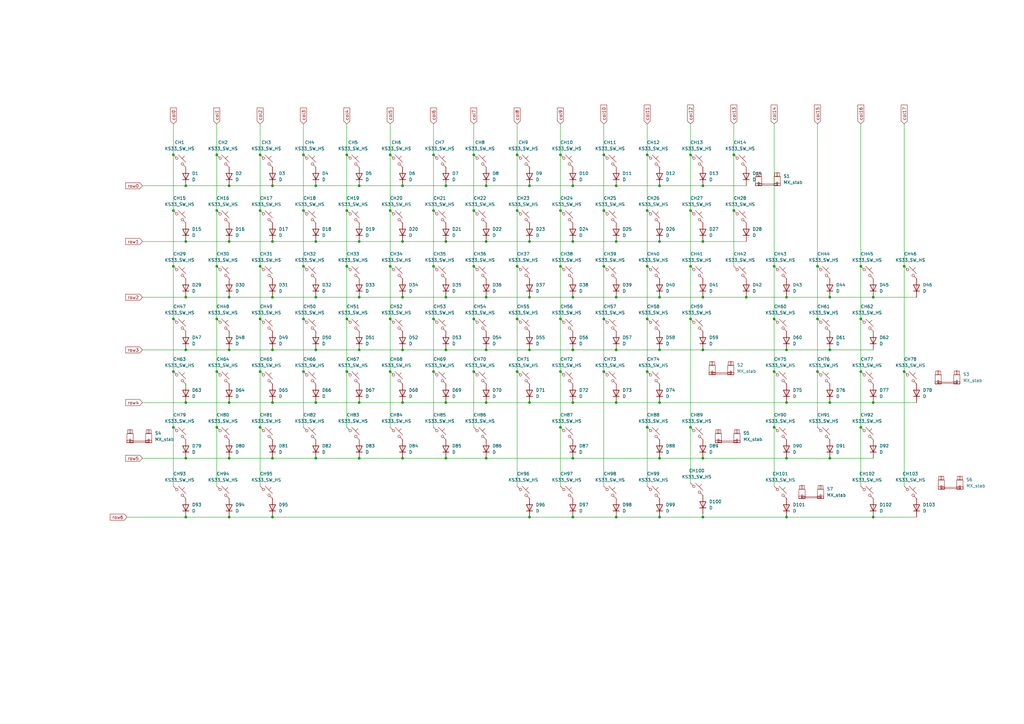
<source format=kicad_sch>
(kicad_sch (version 20250114) (generator "eeschema") (generator_version "9.0")
  (paper "A3")
  (junction (at 270.51 187.96))
  (junction (at 270.51 143.51))
  (junction (at 93.98 121.92))
  (junction (at 106.68 152.4))
  (junction (at 283.21 109.22))
  (junction (at 306.07 121.92))
  (junction (at 182.88 76.2))
  (junction (at 93.98 76.2))
  (junction (at 322.58 212.09))
  (junction (at 88.9 86.36))
  (junction (at 129.54 143.51))
  (junction (at 147.32 99.06))
  (junction (at 124.46 152.4))
  (junction (at 106.68 175.26))
  (junction (at 142.24 63.5))
  (junction (at 217.17 121.92))
  (junction (at 234.95 212.09))
  (junction (at 322.58 143.51))
  (junction (at 160.02 86.36))
  (junction (at 165.1 121.92))
  (junction (at 265.43 152.4))
  (junction (at 335.28 130.81))
  (junction (at 252.73 143.51))
  (junction (at 199.39 76.2))
  (junction (at 106.68 109.22))
  (junction (at 71.12 130.81))
  (junction (at 247.65 152.4))
  (junction (at 76.2 212.09))
  (junction (at 106.68 63.5))
  (junction (at 124.46 109.22))
  (junction (at 353.06 152.4))
  (junction (at 283.21 86.36))
  (junction (at 252.73 165.1))
  (junction (at 88.9 109.22))
  (junction (at 247.65 63.5))
  (junction (at 370.84 152.4))
  (junction (at 71.12 175.26))
  (junction (at 106.68 86.36))
  (junction (at 199.39 165.1))
  (junction (at 217.17 165.1))
  (junction (at 353.06 109.22))
  (junction (at 93.98 187.96))
  (junction (at 283.21 130.81))
  (junction (at 177.8 130.81))
  (junction (at 88.9 130.81))
  (junction (at 147.32 76.2))
  (junction (at 317.5 152.4))
  (junction (at 270.51 212.09))
  (junction (at 160.02 63.5))
  (junction (at 217.17 212.09))
  (junction (at 252.73 76.2))
  (junction (at 212.09 86.36))
  (junction (at 358.14 165.1))
  (junction (at 147.32 187.96))
  (junction (at 300.99 86.36))
  (junction (at 177.8 86.36))
  (junction (at 111.76 212.09))
  (junction (at 229.87 86.36))
  (junction (at 212.09 152.4))
  (junction (at 93.98 165.1))
  (junction (at 229.87 130.81))
  (junction (at 340.36 143.51))
  (junction (at 76.2 121.92))
  (junction (at 142.24 109.22))
  (junction (at 283.21 63.5))
  (junction (at 288.29 121.92))
  (junction (at 177.8 63.5))
  (junction (at 234.95 143.51))
  (junction (at 353.06 175.26))
  (junction (at 234.95 187.96))
  (junction (at 71.12 86.36))
  (junction (at 129.54 187.96))
  (junction (at 234.95 99.06))
  (junction (at 212.09 109.22))
  (junction (at 194.31 63.5))
  (junction (at 217.17 99.06))
  (junction (at 76.2 76.2))
  (junction (at 177.8 152.4))
  (junction (at 129.54 76.2))
  (junction (at 93.98 143.51))
  (junction (at 247.65 109.22))
  (junction (at 270.51 99.06))
  (junction (at 88.9 152.4))
  (junction (at 335.28 109.22))
  (junction (at 340.36 165.1))
  (junction (at 194.31 86.36))
  (junction (at 288.29 187.96))
  (junction (at 322.58 187.96))
  (junction (at 217.17 143.51))
  (junction (at 194.31 109.22))
  (junction (at 129.54 99.06))
  (junction (at 353.06 130.81))
  (junction (at 217.17 76.2))
  (junction (at 194.31 152.4))
  (junction (at 317.5 175.26))
  (junction (at 182.88 99.06))
  (junction (at 252.73 212.09))
  (junction (at 199.39 99.06))
  (junction (at 288.29 99.06))
  (junction (at 317.5 109.22))
  (junction (at 212.09 130.81))
  (junction (at 177.8 109.22))
  (junction (at 358.14 212.09))
  (junction (at 147.32 143.51))
  (junction (at 288.29 212.09))
  (junction (at 229.87 109.22))
  (junction (at 212.09 63.5))
  (junction (at 160.02 109.22))
  (junction (at 199.39 143.51))
  (junction (at 335.28 152.4))
  (junction (at 194.31 130.81))
  (junction (at 124.46 130.81))
  (junction (at 124.46 86.36))
  (junction (at 160.02 152.4))
  (junction (at 111.76 165.1))
  (junction (at 229.87 63.5))
  (junction (at 270.51 165.1))
  (junction (at 93.98 99.06))
  (junction (at 340.36 187.96))
  (junction (at 234.95 121.92))
  (junction (at 88.9 63.5))
  (junction (at 147.32 121.92))
  (junction (at 370.84 109.22))
  (junction (at 124.46 63.5))
  (junction (at 111.76 143.51))
  (junction (at 340.36 121.92))
  (junction (at 182.88 143.51))
  (junction (at 129.54 165.1))
  (junction (at 288.29 76.2))
  (junction (at 265.43 175.26))
  (junction (at 199.39 187.96))
  (junction (at 317.5 130.81))
  (junction (at 71.12 63.5))
  (junction (at 247.65 130.81))
  (junction (at 165.1 143.51))
  (junction (at 229.87 175.26))
  (junction (at 142.24 152.4))
  (junction (at 93.98 212.09))
  (junction (at 111.76 99.06))
  (junction (at 182.88 187.96))
  (junction (at 229.87 152.4))
  (junction (at 142.24 86.36))
  (junction (at 111.76 187.96))
  (junction (at 165.1 76.2))
  (junction (at 288.29 143.51))
  (junction (at 147.32 165.1))
  (junction (at 71.12 152.4))
  (junction (at 265.43 130.81))
  (junction (at 199.39 121.92))
  (junction (at 111.76 76.2))
  (junction (at 165.1 165.1))
  (junction (at 182.88 165.1))
  (junction (at 234.95 76.2))
  (junction (at 165.1 187.96))
  (junction (at 252.73 99.06))
  (junction (at 106.68 130.81))
  (junction (at 358.14 121.92))
  (junction (at 129.54 121.92))
  (junction (at 88.9 175.26))
  (junction (at 76.2 187.96))
  (junction (at 76.2 99.06))
  (junction (at 142.24 130.81))
  (junction (at 322.58 165.1))
  (junction (at 165.1 99.06))
  (junction (at 270.51 121.92))
  (junction (at 283.21 175.26))
  (junction (at 252.73 121.92))
  (junction (at 300.99 63.5))
  (junction (at 265.43 86.36))
  (junction (at 71.12 109.22))
  (junction (at 234.95 165.1))
  (junction (at 322.58 121.92))
  (junction (at 111.76 121.92))
  (junction (at 265.43 109.22))
  (junction (at 270.51 76.2))
  (junction (at 76.2 143.51))
  (junction (at 160.02 130.81))
  (junction (at 247.65 86.36))
  (junction (at 265.43 63.5))
  (junction (at 76.2 165.1))
  (junction (at 182.88 121.92))
  (wire (pts (xy 160.02 86.36) (xy 160.02 109.22)))
  (wire (pts (xy 217.17 212.09) (xy 234.95 212.09)))
  (wire (pts (xy 124.46 50.8) (xy 124.46 63.5)))
  (wire (pts (xy 142.24 50.8) (xy 142.24 63.5)))
  (wire (pts (xy 265.43 63.5) (xy 265.43 86.36)))
  (wire (pts (xy 270.51 165.1) (xy 322.58 165.1)))
  (wire (pts (xy 93.98 143.51) (xy 111.76 143.51)))
  (wire (pts (xy 340.36 187.96) (xy 358.14 187.96)))
  (wire (pts (xy 229.87 152.4) (xy 229.87 175.26)))
  (wire (pts (xy 52.07 212.09) (xy 76.2 212.09)))
  (wire (pts (xy 370.84 152.4) (xy 370.84 199.39)))
  (wire (pts (xy 353.06 109.22) (xy 353.06 130.81)))
  (wire (pts (xy 335.28 130.81) (xy 335.28 152.4)))
  (wire (pts (xy 106.68 130.81) (xy 106.68 152.4)))
  (wire (pts (xy 283.21 175.26) (xy 283.21 198.12)))
  (wire (pts (xy 76.2 99.06) (xy 93.98 99.06)))
  (wire (pts (xy 322.58 165.1) (xy 340.36 165.1)))
  (wire (pts (xy 160.02 63.5) (xy 160.02 86.36)))
  (wire (pts (xy 76.2 143.51) (xy 93.98 143.51)))
  (wire (pts (xy 322.58 187.96) (xy 340.36 187.96)))
  (wire (pts (xy 317.5 109.22) (xy 317.5 130.81)))
  (wire (pts (xy 353.06 50.8) (xy 353.06 109.22)))
  (wire (pts (xy 106.68 109.22) (xy 106.68 130.81)))
  (wire (pts (xy 58.42 99.06) (xy 76.2 99.06)))
  (wire (pts (xy 106.68 175.26) (xy 106.68 199.39)))
  (wire (pts (xy 247.65 63.5) (xy 247.65 86.36)))
  (wire (pts (xy 58.42 121.92) (xy 76.2 121.92)))
  (wire (pts (xy 217.17 165.1) (xy 234.95 165.1)))
  (wire (pts (xy 283.21 50.8) (xy 283.21 63.5)))
  (wire (pts (xy 194.31 86.36) (xy 194.31 109.22)))
  (wire (pts (xy 199.39 165.1) (xy 217.17 165.1)))
  (wire (pts (xy 252.73 165.1) (xy 270.51 165.1)))
  (wire (pts (xy 229.87 86.36) (xy 229.87 109.22)))
  (wire (pts (xy 234.95 99.06) (xy 252.73 99.06)))
  (wire (pts (xy 265.43 86.36) (xy 265.43 109.22)))
  (wire (pts (xy 265.43 130.81) (xy 265.43 152.4)))
  (wire (pts (xy 234.95 76.2) (xy 252.73 76.2)))
  (wire (pts (xy 142.24 130.81) (xy 142.24 152.4)))
  (wire (pts (xy 177.8 63.5) (xy 177.8 86.36)))
  (wire (pts (xy 88.9 50.8) (xy 88.9 63.5)))
  (wire (pts (xy 252.73 212.09) (xy 270.51 212.09)))
  (wire (pts (xy 370.84 50.8) (xy 370.84 109.22)))
  (wire (pts (xy 283.21 63.5) (xy 283.21 86.36)))
  (wire (pts (xy 71.12 86.36) (xy 71.12 109.22)))
  (wire (pts (xy 124.46 130.81) (xy 124.46 152.4)))
  (wire (pts (xy 111.76 76.2) (xy 129.54 76.2)))
  (wire (pts (xy 71.12 130.81) (xy 71.12 152.4)))
  (wire (pts (xy 58.42 76.2) (xy 76.2 76.2)))
  (wire (pts (xy 317.5 175.26) (xy 317.5 199.39)))
  (wire (pts (xy 165.1 187.96) (xy 182.88 187.96)))
  (wire (pts (xy 88.9 109.22) (xy 88.9 130.81)))
  (wire (pts (xy 147.32 143.51) (xy 165.1 143.51)))
  (wire (pts (xy 88.9 130.81) (xy 88.9 152.4)))
  (wire (pts (xy 165.1 143.51) (xy 182.88 143.51)))
  (wire (pts (xy 71.12 63.5) (xy 71.12 86.36)))
  (wire (pts (xy 124.46 152.4) (xy 124.46 175.26)))
  (wire (pts (xy 129.54 187.96) (xy 147.32 187.96)))
  (wire (pts (xy 93.98 165.1) (xy 111.76 165.1)))
  (wire (pts (xy 76.2 187.96) (xy 93.98 187.96)))
  (wire (pts (xy 252.73 121.92) (xy 270.51 121.92)))
  (wire (pts (xy 340.36 121.92) (xy 358.14 121.92)))
  (wire (pts (xy 142.24 86.36) (xy 142.24 109.22)))
  (wire (pts (xy 76.2 212.09) (xy 93.98 212.09)))
  (wire (pts (xy 165.1 165.1) (xy 182.88 165.1)))
  (wire (pts (xy 111.76 187.96) (xy 129.54 187.96)))
  (wire (pts (xy 212.09 130.81) (xy 212.09 152.4)))
  (wire (pts (xy 217.17 76.2) (xy 234.95 76.2)))
  (wire (pts (xy 93.98 76.2) (xy 111.76 76.2)))
  (wire (pts (xy 111.76 99.06) (xy 129.54 99.06)))
  (wire (pts (xy 142.24 109.22) (xy 142.24 130.81)))
  (wire (pts (xy 129.54 76.2) (xy 147.32 76.2)))
  (wire (pts (xy 229.87 109.22) (xy 229.87 130.81)))
  (wire (pts (xy 335.28 109.22) (xy 335.28 130.81)))
  (wire (pts (xy 165.1 76.2) (xy 182.88 76.2)))
  (wire (pts (xy 160.02 109.22) (xy 160.02 130.81)))
  (wire (pts (xy 322.58 212.09) (xy 358.14 212.09)))
  (wire (pts (xy 182.88 165.1) (xy 199.39 165.1)))
  (wire (pts (xy 270.51 121.92) (xy 288.29 121.92)))
  (wire (pts (xy 106.68 152.4) (xy 106.68 175.26)))
  (wire (pts (xy 229.87 130.81) (xy 229.87 152.4)))
  (wire (pts (xy 88.9 86.36) (xy 88.9 109.22)))
  (wire (pts (xy 300.99 63.5) (xy 300.99 86.36)))
  (wire (pts (xy 88.9 175.26) (xy 88.9 199.39)))
  (wire (pts (xy 147.32 99.06) (xy 165.1 99.06)))
  (wire (pts (xy 288.29 212.09) (xy 322.58 212.09)))
  (wire (pts (xy 283.21 109.22) (xy 283.21 130.81)))
  (wire (pts (xy 247.65 152.4) (xy 247.65 199.39)))
  (wire (pts (xy 76.2 165.1) (xy 93.98 165.1)))
  (wire (pts (xy 340.36 165.1) (xy 358.14 165.1)))
  (wire (pts (xy 335.28 50.8) (xy 335.28 109.22)))
  (wire (pts (xy 106.68 86.36) (xy 106.68 109.22)))
  (wire (pts (xy 124.46 63.5) (xy 124.46 86.36)))
  (wire (pts (xy 93.98 99.06) (xy 111.76 99.06)))
  (wire (pts (xy 182.88 187.96) (xy 199.39 187.96)))
  (wire (pts (xy 270.51 76.2) (xy 288.29 76.2)))
  (wire (pts (xy 199.39 99.06) (xy 217.17 99.06)))
  (wire (pts (xy 270.51 187.96) (xy 288.29 187.96)))
  (wire (pts (xy 306.07 121.92) (xy 322.58 121.92)))
  (wire (pts (xy 71.12 152.4) (xy 71.12 175.26)))
  (wire (pts (xy 370.84 109.22) (xy 370.84 152.4)))
  (wire (pts (xy 353.06 152.4) (xy 353.06 175.26)))
  (wire (pts (xy 177.8 86.36) (xy 177.8 109.22)))
  (wire (pts (xy 194.31 63.5) (xy 194.31 86.36)))
  (wire (pts (xy 142.24 63.5) (xy 142.24 86.36)))
  (wire (pts (xy 199.39 76.2) (xy 217.17 76.2)))
  (wire (pts (xy 288.29 99.06) (xy 306.07 99.06)))
  (wire (pts (xy 252.73 143.51) (xy 270.51 143.51)))
  (wire (pts (xy 229.87 50.8) (xy 229.87 63.5)))
  (wire (pts (xy 358.14 165.1) (xy 375.92 165.1)))
  (wire (pts (xy 212.09 50.8) (xy 212.09 63.5)))
  (wire (pts (xy 71.12 50.8) (xy 71.12 63.5)))
  (wire (pts (xy 265.43 50.8) (xy 265.43 63.5)))
  (wire (pts (xy 182.88 121.92) (xy 199.39 121.92)))
  (wire (pts (xy 270.51 212.09) (xy 288.29 212.09)))
  (wire (pts (xy 182.88 76.2) (xy 199.39 76.2)))
  (wire (pts (xy 147.32 165.1) (xy 165.1 165.1)))
  (wire (pts (xy 165.1 99.06) (xy 182.88 99.06)))
  (wire (pts (xy 288.29 143.51) (xy 322.58 143.51)))
  (wire (pts (xy 129.54 143.51) (xy 147.32 143.51)))
  (wire (pts (xy 247.65 109.22) (xy 247.65 130.81)))
  (wire (pts (xy 147.32 76.2) (xy 165.1 76.2)))
  (wire (pts (xy 283.21 130.81) (xy 283.21 175.26)))
  (wire (pts (xy 234.95 165.1) (xy 252.73 165.1)))
  (wire (pts (xy 194.31 130.81) (xy 194.31 152.4)))
  (wire (pts (xy 212.09 63.5) (xy 212.09 86.36)))
  (wire (pts (xy 252.73 76.2) (xy 270.51 76.2)))
  (wire (pts (xy 317.5 152.4) (xy 317.5 175.26)))
  (wire (pts (xy 353.06 130.81) (xy 353.06 152.4)))
  (wire (pts (xy 129.54 99.06) (xy 147.32 99.06)))
  (wire (pts (xy 106.68 50.8) (xy 106.68 63.5)))
  (wire (pts (xy 160.02 130.81) (xy 160.02 152.4)))
  (wire (pts (xy 111.76 143.51) (xy 129.54 143.51)))
  (wire (pts (xy 288.29 121.92) (xy 306.07 121.92)))
  (wire (pts (xy 129.54 165.1) (xy 147.32 165.1)))
  (wire (pts (xy 317.5 130.81) (xy 317.5 152.4)))
  (wire (pts (xy 194.31 109.22) (xy 194.31 130.81)))
  (wire (pts (xy 106.68 63.5) (xy 106.68 86.36)))
  (wire (pts (xy 322.58 143.51) (xy 340.36 143.51)))
  (wire (pts (xy 217.17 143.51) (xy 234.95 143.51)))
  (wire (pts (xy 229.87 175.26) (xy 229.87 199.39)))
  (wire (pts (xy 177.8 109.22) (xy 177.8 130.81)))
  (wire (pts (xy 111.76 165.1) (xy 129.54 165.1)))
  (wire (pts (xy 288.29 76.2) (xy 306.07 76.2)))
  (wire (pts (xy 111.76 212.09) (xy 217.17 212.09)))
  (wire (pts (xy 288.29 187.96) (xy 322.58 187.96)))
  (wire (pts (xy 247.65 50.8) (xy 247.65 63.5)))
  (wire (pts (xy 199.39 187.96) (xy 234.95 187.96)))
  (wire (pts (xy 93.98 187.96) (xy 111.76 187.96)))
  (wire (pts (xy 322.58 121.92) (xy 340.36 121.92)))
  (wire (pts (xy 129.54 121.92) (xy 147.32 121.92)))
  (wire (pts (xy 93.98 212.09) (xy 111.76 212.09)))
  (wire (pts (xy 88.9 152.4) (xy 88.9 175.26)))
  (wire (pts (xy 199.39 143.51) (xy 217.17 143.51)))
  (wire (pts (xy 76.2 121.92) (xy 93.98 121.92)))
  (wire (pts (xy 270.51 99.06) (xy 288.29 99.06)))
  (wire (pts (xy 147.32 121.92) (xy 165.1 121.92)))
  (wire (pts (xy 247.65 130.81) (xy 247.65 152.4)))
  (wire (pts (xy 177.8 50.8) (xy 177.8 63.5)))
  (wire (pts (xy 76.2 76.2) (xy 93.98 76.2)))
  (wire (pts (xy 335.28 152.4) (xy 335.28 175.26)))
  (wire (pts (xy 160.02 50.8) (xy 160.02 63.5)))
  (wire (pts (xy 165.1 121.92) (xy 182.88 121.92)))
  (wire (pts (xy 265.43 175.26) (xy 265.43 199.39)))
  (wire (pts (xy 199.39 121.92) (xy 217.17 121.92)))
  (wire (pts (xy 177.8 130.81) (xy 177.8 152.4)))
  (wire (pts (xy 124.46 109.22) (xy 124.46 130.81)))
  (wire (pts (xy 212.09 86.36) (xy 212.09 109.22)))
  (wire (pts (xy 194.31 152.4) (xy 194.31 175.26)))
  (wire (pts (xy 317.5 50.8) (xy 317.5 109.22)))
  (wire (pts (xy 270.51 143.51) (xy 288.29 143.51)))
  (wire (pts (xy 300.99 86.36) (xy 300.99 109.22)))
  (wire (pts (xy 217.17 99.06) (xy 234.95 99.06)))
  (wire (pts (xy 58.42 187.96) (xy 76.2 187.96)))
  (wire (pts (xy 283.21 86.36) (xy 283.21 109.22)))
  (wire (pts (xy 182.88 99.06) (xy 199.39 99.06)))
  (wire (pts (xy 212.09 152.4) (xy 212.09 199.39)))
  (wire (pts (xy 58.42 165.1) (xy 76.2 165.1)))
  (wire (pts (xy 71.12 175.26) (xy 71.12 199.39)))
  (wire (pts (xy 58.42 143.51) (xy 76.2 143.51)))
  (wire (pts (xy 177.8 152.4) (xy 177.8 175.26)))
  (wire (pts (xy 234.95 121.92) (xy 252.73 121.92)))
  (wire (pts (xy 247.65 86.36) (xy 247.65 109.22)))
  (wire (pts (xy 147.32 187.96) (xy 165.1 187.96)))
  (wire (pts (xy 217.17 121.92) (xy 234.95 121.92)))
  (wire (pts (xy 300.99 50.8) (xy 300.99 63.5)))
  (wire (pts (xy 252.73 99.06) (xy 270.51 99.06)))
  (wire (pts (xy 88.9 63.5) (xy 88.9 86.36)))
  (wire (pts (xy 234.95 212.09) (xy 252.73 212.09)))
  (wire (pts (xy 160.02 152.4) (xy 160.02 175.26)))
  (wire (pts (xy 71.12 109.22) (xy 71.12 130.81)))
  (wire (pts (xy 194.31 50.8) (xy 194.31 63.5)))
  (wire (pts (xy 340.36 143.51) (xy 358.14 143.51)))
  (wire (pts (xy 182.88 143.51) (xy 199.39 143.51)))
  (wire (pts (xy 265.43 152.4) (xy 265.43 175.26)))
  (wire (pts (xy 111.76 121.92) (xy 129.54 121.92)))
  (wire (pts (xy 288.29 210.82) (xy 288.29 212.09)))
  (wire (pts (xy 124.46 86.36) (xy 124.46 109.22)))
  (wire (pts (xy 229.87 63.5) (xy 229.87 86.36)))
  (wire (pts (xy 142.24 152.4) (xy 142.24 175.26)))
  (wire (pts (xy 212.09 109.22) (xy 212.09 130.81)))
  (wire (pts (xy 358.14 121.92) (xy 375.92 121.92)))
  (wire (pts (xy 353.06 175.26) (xy 353.06 199.39)))
  (wire (pts (xy 93.98 121.92) (xy 111.76 121.92)))
  (wire (pts (xy 265.43 109.22) (xy 265.43 130.81)))
  (wire (pts (xy 358.14 212.09) (xy 375.92 212.09)))
  (wire (pts (xy 234.95 143.51) (xy 252.73 143.51)))
  (wire (pts (xy 234.95 187.96) (xy 270.51 187.96)))
  (global_label "col12" (shape input) (at 283.21 50.8 90) (property "Intersheetrefs" "${INTERSHEET_REFS}" (effects (hide yes))))
  (global_label "col14" (shape input) (at 317.5 50.8 90) (property "Intersheetrefs" "${INTERSHEET_REFS}" (effects (hide yes))))
  (global_label "col17" (shape input) (at 370.84 50.8 90) (property "Intersheetrefs" "${INTERSHEET_REFS}" (effects (hide yes))))
  (global_label "col2" (shape input) (at 106.68 50.8 90) (property "Intersheetrefs" "${INTERSHEET_REFS}" (effects (hide yes))))
  (global_label "col10" (shape input) (at 247.65 50.8 90) (property "Intersheetrefs" "${INTERSHEET_REFS}" (effects (hide yes))))
  (global_label "col1" (shape input) (at 88.9 50.8 90) (property "Intersheetrefs" "${INTERSHEET_REFS}" (effects (hide yes))))
  (global_label "row6" (shape input) (at 52.07 212.09 180) (property "Intersheetrefs" "${INTERSHEET_REFS}" (effects (hide yes))))
  (global_label "col11" (shape input) (at 265.43 50.8 90) (property "Intersheetrefs" "${INTERSHEET_REFS}" (effects (hide yes))))
  (global_label "row5" (shape input) (at 58.42 187.96 180) (property "Intersheetrefs" "${INTERSHEET_REFS}" (effects (hide yes))))
  (global_label "col13" (shape input) (at 300.99 50.8 90) (property "Intersheetrefs" "${INTERSHEET_REFS}" (effects (hide yes))))
  (global_label "row0" (shape input) (at 58.42 76.2 180) (property "Intersheetrefs" "${INTERSHEET_REFS}" (effects (hide yes))))
  (global_label "col8" (shape input) (at 212.09 50.8 90) (property "Intersheetrefs" "${INTERSHEET_REFS}" (effects (hide yes))))
  (global_label "row4" (shape input) (at 58.42 165.1 180) (property "Intersheetrefs" "${INTERSHEET_REFS}" (effects (hide yes))))
  (global_label "col6" (shape input) (at 177.8 50.8 90) (property "Intersheetrefs" "${INTERSHEET_REFS}" (effects (hide yes))))
  (global_label "row3" (shape input) (at 58.42 143.51 180) (property "Intersheetrefs" "${INTERSHEET_REFS}" (effects (hide yes))))
  (global_label "col15" (shape input) (at 335.28 50.8 90) (property "Intersheetrefs" "${INTERSHEET_REFS}" (effects (hide yes))))
  (global_label "col4" (shape input) (at 142.24 50.8 90) (property "Intersheetrefs" "${INTERSHEET_REFS}" (effects (hide yes))))
  (global_label "col3" (shape input) (at 124.46 50.8 90) (property "Intersheetrefs" "${INTERSHEET_REFS}" (effects (hide yes))))
  (global_label "col16" (shape input) (at 353.06 50.8 90) (property "Intersheetrefs" "${INTERSHEET_REFS}" (effects (hide yes))))
  (global_label "row2" (shape input) (at 58.42 121.92 180) (property "Intersheetrefs" "${INTERSHEET_REFS}" (effects (hide yes))))
  (global_label "col0" (shape input) (at 71.12 50.8 90) (property "Intersheetrefs" "${INTERSHEET_REFS}" (effects (hide yes))))
  (global_label "col7" (shape input) (at 194.31 50.8 90) (property "Intersheetrefs" "${INTERSHEET_REFS}" (effects (hide yes))))
  (global_label "row1" (shape input) (at 58.42 99.06 180) (property "Intersheetrefs" "${INTERSHEET_REFS}" (effects (hide yes))))
  (global_label "col5" (shape input) (at 160.02 50.8 90) (property "Intersheetrefs" "${INTERSHEET_REFS}" (effects (hide yes))))
  (global_label "col9" (shape input) (at 229.87 50.8 90) (property "Intersheetrefs" "${INTERSHEET_REFS}" (effects (hide yes))))
  (symbol (lib_id "Device:D") (at 322.58 184.15 90) (unit 1)
    (property "Reference" "D90" (at 325.12 182.8799 90) (effects (justify right)))
    (property "Value" "D" (at 325.12 185.4199 90) (effects (justify right)))
    (property "Footprint" "Diode_SMD:D_SOD-123" (effects (hide yes)))
    (property "Description" "Diode" (effects (hide yes)))
    (property "Sim.Device" "D" (effects (hide yes)))
    (property "Sim.Pins" "1=K 2=A" (effects (hide yes)))
  )
  (symbol (lib_id "Device:D") (at 93.98 118.11 90) (unit 1)
    (property "Reference" "D30" (at 96.52 116.8399 90) (effects (justify right)))
    (property "Value" "D" (at 96.52 119.3799 90) (effects (justify right)))
    (property "Footprint" "Diode_SMD:D_SOD-123" (effects (hide yes)))
    (property "Description" "Diode" (effects (hide yes)))
    (property "Sim.Device" "D" (effects (hide yes)))
    (property "Sim.Pins" "1=K 2=A" (effects (hide yes)))
  )
  (symbol (lib_id "PCM_marbastlib-gateron_lp:KS33_SW_HS_KS-2P02B01-02") (at 373.38 154.94 0) (unit 1)
    (property "Reference" "CH78" (at 373.38 147.32 0))
    (property "Value" "KS33_SW_HS" (at 373.38 149.86 0))
    (property "Footprint" "ModHob:KS-33_MX-Hotswap-1U" (effects (hide yes)))
    (property "Description" "Push button switch, normally open, two pins, 45° tilted" (effects (hide yes)))
  )
  (symbol (lib_id "PCM_marbastlib-mx:MX_stab") (at 388.62 154.94 0) (unit 1)
    (property "Reference" "S3" (at 394.97 153.5429 0) (effects (justify left)))
    (property "Value" "MX_stab" (at 394.97 156.0829 0) (effects (justify left)))
    (property "Footprint" "PCM_marbastlib-mx:STAB_MX_P_2u" (effects (hide yes)))
    (property "Description" "Cherry MX-style stabilizer" (effects (hide yes)))
  )
  (symbol (lib_id "PCM_marbastlib-gateron_lp:KS33_SW_HS_KS-2P02B01-02") (at 109.22 201.93 0) (unit 1)
    (property "Reference" "CH95" (at 109.22 194.31 0))
    (property "Value" "KS33_SW_HS" (at 109.22 196.85 0))
    (property "Footprint" "ModHob:KS-33_MX-Hotswap-1U" (effects (hide yes)))
    (property "Description" "Push button switch, normally open, two pins, 45° tilted" (effects (hide yes)))
  )
  (symbol (lib_id "Device:D") (at 147.32 161.29 90) (unit 1)
    (property "Reference" "D67" (at 149.86 160.0199 90) (effects (justify right)))
    (property "Value" "D" (at 149.86 162.5599 90) (effects (justify right)))
    (property "Footprint" "Diode_SMD:D_SOD-123" (effects (hide yes)))
    (property "Description" "Diode" (effects (hide yes)))
    (property "Sim.Device" "D" (effects (hide yes)))
    (property "Sim.Pins" "1=K 2=A" (effects (hide yes)))
  )
  (symbol (lib_id "PCM_marbastlib-gateron_lp:KS33_SW_HS_KS-2P02B01-02") (at 180.34 133.35 0) (unit 1)
    (property "Reference" "CH53" (at 180.34 125.73 0))
    (property "Value" "KS33_SW_HS" (at 180.34 128.27 0))
    (property "Footprint" "ModHob:KS-33_MX-Hotswap-1U" (effects (hide yes)))
    (property "Description" "Push button switch, normally open, two pins, 45° tilted" (effects (hide yes)))
  )
  (symbol (lib_id "PCM_marbastlib-gateron_lp:KS33_SW_HS_KS-2P02B01-02") (at 250.19 88.9 0) (unit 1)
    (property "Reference" "CH25" (at 250.19 81.28 0))
    (property "Value" "KS33_SW_HS" (at 250.19 83.82 0))
    (property "Footprint" "ModHob:KS-33_MX-Hotswap-1U" (effects (hide yes)))
    (property "Description" "Push button switch, normally open, two pins, 45° tilted" (effects (hide yes)))
  )
  (symbol (lib_id "Device:D") (at 217.17 208.28 90) (unit 1)
    (property "Reference" "D96" (at 219.71 207.0099 90) (effects (justify right)))
    (property "Value" "D" (at 219.71 209.5499 90) (effects (justify right)))
    (property "Footprint" "Diode_SMD:D_SOD-123" (effects (hide yes)))
    (property "Description" "Diode" (effects (hide yes)))
    (property "Sim.Device" "D" (effects (hide yes)))
    (property "Sim.Pins" "1=K 2=A" (effects (hide yes)))
  )
  (symbol (lib_id "PCM_marbastlib-gateron_lp:KS33_SW_HS_KS-2P02B01-02") (at 127 154.94 0) (unit 1)
    (property "Reference" "CH66" (at 127 147.32 0))
    (property "Value" "KS33_SW_HS" (at 127 149.86 0))
    (property "Footprint" "ModHob:KS-33_MX-Hotswap-1U" (effects (hide yes)))
    (property "Description" "Push button switch, normally open, two pins, 45° tilted" (effects (hide yes)))
  )
  (symbol (lib_id "Device:D") (at 111.76 184.15 90) (unit 1)
    (property "Reference" "D81" (at 114.3 182.8799 90) (effects (justify right)))
    (property "Value" "D" (at 114.3 185.4199 90) (effects (justify right)))
    (property "Footprint" "Diode_SMD:D_SOD-123" (effects (hide yes)))
    (property "Description" "Diode" (effects (hide yes)))
    (property "Sim.Device" "D" (effects (hide yes)))
    (property "Sim.Pins" "1=K 2=A" (effects (hide yes)))
  )
  (symbol (lib_id "PCM_marbastlib-gateron_lp:KS33_SW_HS_KS-2P02B01-02") (at 232.41 88.9 0) (unit 1)
    (property "Reference" "CH24" (at 232.41 81.28 0))
    (property "Value" "KS33_SW_HS" (at 232.41 83.82 0))
    (property "Footprint" "ModHob:KS-33_MX-Hotswap-1U" (effects (hide yes)))
    (property "Description" "Push button switch, normally open, two pins, 45° tilted" (effects (hide yes)))
  )
  (symbol (lib_id "PCM_marbastlib-gateron_lp:KS33_SW_HS_KS-2P02B01-02") (at 196.85 111.76 0) (unit 1)
    (property "Reference" "CH36" (at 196.85 104.14 0))
    (property "Value" "KS33_SW_HS" (at 196.85 106.68 0))
    (property "Footprint" "ModHob:KS-33_MX-Hotswap-1U" (effects (hide yes)))
    (property "Description" "Push button switch, normally open, two pins, 45° tilted" (effects (hide yes)))
  )
  (symbol (lib_id "PCM_marbastlib-gateron_lp:KS33_SW_HS_KS-2P02B01-02") (at 180.34 66.04 0) (unit 1)
    (property "Reference" "CH7" (at 180.34 58.42 0))
    (property "Value" "KS33_SW_HS" (at 180.34 60.96 0))
    (property "Footprint" "ModHob:KS-33_MX-Hotswap-1U" (effects (hide yes)))
    (property "Description" "Push button switch, normally open, two pins, 45° tilted" (effects (hide yes)))
  )
  (symbol (lib_id "PCM_marbastlib-gateron_lp:KS33_SW_HS_KS-2P02B01-02") (at 373.38 201.93 0) (unit 1)
    (property "Reference" "CH103" (at 373.38 194.31 0))
    (property "Value" "KS33_SW_HS" (at 373.38 196.85 0))
    (property "Footprint" "ModHob:KS-33_MX-Hotswap-1U" (effects (hide yes)))
    (property "Description" "Push button switch, normally open, two pins, 45° tilted" (effects (hide yes)))
  )
  (symbol (lib_id "PCM_marbastlib-gateron_lp:KS33_SW_HS_KS-2P02B01-02") (at 73.66 111.76 0) (unit 1)
    (property "Reference" "CH29" (at 73.66 104.14 0))
    (property "Value" "KS33_SW_HS" (at 73.66 106.68 0))
    (property "Footprint" "ModHob:KS-33_MX-Hotswap-1U" (effects (hide yes)))
    (property "Description" "Push button switch, normally open, two pins, 45° tilted" (effects (hide yes)))
  )
  (symbol (lib_id "Device:D") (at 165.1 139.7 90) (unit 1)
    (property "Reference" "D52" (at 167.64 138.4299 90) (effects (justify right)))
    (property "Value" "D" (at 167.64 140.9699 90) (effects (justify right)))
    (property "Footprint" "Diode_SMD:D_SOD-123" (effects (hide yes)))
    (property "Description" "Diode" (effects (hide yes)))
    (property "Sim.Device" "D" (effects (hide yes)))
    (property "Sim.Pins" "1=K 2=A" (effects (hide yes)))
  )
  (symbol (lib_id "Device:D") (at 217.17 139.7 90) (unit 1)
    (property "Reference" "D55" (at 219.71 138.4299 90) (effects (justify right)))
    (property "Value" "D" (at 219.71 140.9699 90) (effects (justify right)))
    (property "Footprint" "Diode_SMD:D_SOD-123" (effects (hide yes)))
    (property "Description" "Diode" (effects (hide yes)))
    (property "Sim.Device" "D" (effects (hide yes)))
    (property "Sim.Pins" "1=K 2=A" (effects (hide yes)))
  )
  (symbol (lib_id "Device:D") (at 129.54 161.29 90) (unit 1)
    (property "Reference" "D66" (at 132.08 160.0199 90) (effects (justify right)))
    (property "Value" "D" (at 132.08 162.5599 90) (effects (justify right)))
    (property "Footprint" "Diode_SMD:D_SOD-123" (effects (hide yes)))
    (property "Description" "Diode" (effects (hide yes)))
    (property "Sim.Device" "D" (effects (hide yes)))
    (property "Sim.Pins" "1=K 2=A" (effects (hide yes)))
  )
  (symbol (lib_id "PCM_marbastlib-gateron_lp:KS33_SW_HS_KS-2P02B01-02") (at 144.78 133.35 0) (unit 1)
    (property "Reference" "CH51" (at 144.78 125.73 0))
    (property "Value" "KS33_SW_HS" (at 144.78 128.27 0))
    (property "Footprint" "ModHob:KS-33_MX-Hotswap-1U" (effects (hide yes)))
    (property "Description" "Push button switch, normally open, two pins, 45° tilted" (effects (hide yes)))
  )
  (symbol (lib_id "Device:D") (at 234.95 95.25 90) (unit 1)
    (property "Reference" "D24" (at 237.49 93.9799 90) (effects (justify right)))
    (property "Value" "D" (at 237.49 96.5199 90) (effects (justify right)))
    (property "Footprint" "Diode_SMD:D_SOD-123" (effects (hide yes)))
    (property "Description" "Diode" (effects (hide yes)))
    (property "Sim.Device" "D" (effects (hide yes)))
    (property "Sim.Pins" "1=K 2=A" (effects (hide yes)))
  )
  (symbol (lib_id "Device:D") (at 129.54 139.7 90) (unit 1)
    (property "Reference" "D50" (at 132.08 138.4299 90) (effects (justify right)))
    (property "Value" "D" (at 132.08 140.9699 90) (effects (justify right)))
    (property "Footprint" "Diode_SMD:D_SOD-123" (effects (hide yes)))
    (property "Description" "Diode" (effects (hide yes)))
    (property "Sim.Device" "D" (effects (hide yes)))
    (property "Sim.Pins" "1=K 2=A" (effects (hide yes)))
  )
  (symbol (lib_id "PCM_marbastlib-gateron_lp:KS33_SW_HS_KS-2P02B01-02") (at 267.97 111.76 0) (unit 1)
    (property "Reference" "CH40" (at 267.97 104.14 0))
    (property "Value" "KS33_SW_HS" (at 267.97 106.68 0))
    (property "Footprint" "ModHob:KS-33_MX-Hotswap-1U" (effects (hide yes)))
    (property "Description" "Push button switch, normally open, two pins, 45° tilted" (effects (hide yes)))
  )
  (symbol (lib_id "PCM_marbastlib-gateron_lp:KS33_SW_HS_KS-2P02B01-02") (at 250.19 201.93 0) (unit 1)
    (property "Reference" "CH98" (at 250.19 194.31 0))
    (property "Value" "KS33_SW_HS" (at 250.19 196.85 0))
    (property "Footprint" "ModHob:KS-33_MX-Hotswap-1U" (effects (hide yes)))
    (property "Description" "Push button switch, normally open, two pins, 45° tilted" (effects (hide yes)))
  )
  (symbol (lib_id "PCM_marbastlib-gateron_lp:KS33_SW_HS_KS-2P02B01-02") (at 162.56 177.8 0) (unit 1)
    (property "Reference" "CH84" (at 162.56 170.18 0))
    (property "Value" "KS33_SW_HS" (at 162.56 172.72 0))
    (property "Footprint" "ModHob:KS-33_MX-Hotswap-1U" (effects (hide yes)))
    (property "Description" "Push button switch, normally open, two pins, 45° tilted" (effects (hide yes)))
  )
  (symbol (lib_id "PCM_marbastlib-gateron_lp:KS33_SW_HS_KS-2P02B01-02") (at 109.22 66.04 0) (unit 1)
    (property "Reference" "CH3" (at 109.22 58.42 0))
    (property "Value" "KS33_SW_HS" (at 109.22 60.96 0))
    (property "Footprint" "ModHob:KS-33_MX-Hotswap-1U" (effects (hide yes)))
    (property "Description" "Push button switch, normally open, two pins, 45° tilted" (effects (hide yes)))
  )
  (symbol (lib_id "Device:D") (at 129.54 118.11 90) (unit 1)
    (property "Reference" "D32" (at 132.08 116.8399 90) (effects (justify right)))
    (property "Value" "D" (at 132.08 119.3799 90) (effects (justify right)))
    (property "Footprint" "Diode_SMD:D_SOD-123" (effects (hide yes)))
    (property "Description" "Diode" (effects (hide yes)))
    (property "Sim.Device" "D" (effects (hide yes)))
    (property "Sim.Pins" "1=K 2=A" (effects (hide yes)))
  )
  (symbol (lib_id "Device:D") (at 270.51 118.11 90) (unit 1)
    (property "Reference" "D40" (at 273.05 116.8399 90) (effects (justify right)))
    (property "Value" "D" (at 273.05 119.3799 90) (effects (justify right)))
    (property "Footprint" "Diode_SMD:D_SOD-123" (effects (hide yes)))
    (property "Description" "Diode" (effects (hide yes)))
    (property "Sim.Device" "D" (effects (hide yes)))
    (property "Sim.Pins" "1=K 2=A" (effects (hide yes)))
  )
  (symbol (lib_id "PCM_marbastlib-gateron_lp:KS33_SW_HS_KS-2P02B01-02") (at 91.44 133.35 0) (unit 1)
    (property "Reference" "CH48" (at 91.44 125.73 0))
    (property "Value" "KS33_SW_HS" (at 91.44 128.27 0))
    (property "Footprint" "ModHob:KS-33_MX-Hotswap-1U" (effects (hide yes)))
    (property "Description" "Push button switch, normally open, two pins, 45° tilted" (effects (hide yes)))
  )
  (symbol (lib_id "PCM_marbastlib-mx:MX_stab") (at 389.89 198.12 0) (unit 1)
    (property "Reference" "S6" (at 396.24 196.7229 0) (effects (justify left)))
    (property "Value" "MX_stab" (at 396.24 199.2629 0) (effects (justify left)))
    (property "Footprint" "PCM_marbastlib-mx:STAB_MX_P_2u" (effects (hide yes)))
    (property "Description" "Cherry MX-style stabilizer" (effects (hide yes)))
  )
  (symbol (lib_id "Device:D") (at 358.14 161.29 90) (unit 1)
    (property "Reference" "D77" (at 360.68 160.0199 90) (effects (justify right)))
    (property "Value" "D" (at 360.68 162.5599 90) (effects (justify right)))
    (property "Footprint" "Diode_SMD:D_SOD-123" (effects (hide yes)))
    (property "Description" "Diode" (effects (hide yes)))
    (property "Sim.Device" "D" (effects (hide yes)))
    (property "Sim.Pins" "1=K 2=A" (effects (hide yes)))
  )
  (symbol (lib_id "Device:D") (at 93.98 95.25 90) (unit 1)
    (property "Reference" "D16" (at 96.52 93.9799 90) (effects (justify right)))
    (property "Value" "D" (at 96.52 96.5199 90) (effects (justify right)))
    (property "Footprint" "Diode_SMD:D_SOD-123" (effects (hide yes)))
    (property "Description" "Diode" (effects (hide yes)))
    (property "Sim.Device" "D" (effects (hide yes)))
    (property "Sim.Pins" "1=K 2=A" (effects (hide yes)))
  )
  (symbol (lib_id "Device:D") (at 111.76 161.29 90) (unit 1)
    (property "Reference" "D65" (at 114.3 160.0199 90) (effects (justify right)))
    (property "Value" "D" (at 114.3 162.5599 90) (effects (justify right)))
    (property "Footprint" "Diode_SMD:D_SOD-123" (effects (hide yes)))
    (property "Description" "Diode" (effects (hide yes)))
    (property "Sim.Device" "D" (effects (hide yes)))
    (property "Sim.Pins" "1=K 2=A" (effects (hide yes)))
  )
  (symbol (lib_id "PCM_marbastlib-gateron_lp:KS33_SW_HS_KS-2P02B01-02") (at 91.44 88.9 0) (unit 1)
    (property "Reference" "CH16" (at 91.44 81.28 0))
    (property "Value" "KS33_SW_HS" (at 91.44 83.82 0))
    (property "Footprint" "ModHob:KS-33_MX-Hotswap-1U" (effects (hide yes)))
    (property "Description" "Push button switch, normally open, two pins, 45° tilted" (effects (hide yes)))
  )
  (symbol (lib_id "Device:D") (at 217.17 161.29 90) (unit 1)
    (property "Reference" "D71" (at 219.71 160.0199 90) (effects (justify right)))
    (property "Value" "D" (at 219.71 162.5599 90) (effects (justify right)))
    (property "Footprint" "Diode_SMD:D_SOD-123" (effects (hide yes)))
    (property "Description" "Diode" (effects (hide yes)))
    (property "Sim.Device" "D" (effects (hide yes)))
    (property "Sim.Pins" "1=K 2=A" (effects (hide yes)))
  )
  (symbol (lib_id "Device:D") (at 182.88 72.39 90) (unit 1)
    (property "Reference" "D7" (at 185.42 71.1199 90) (effects (justify right)))
    (property "Value" "D" (at 185.42 73.6599 90) (effects (justify right)))
    (property "Footprint" "Diode_SMD:D_SOD-123" (effects (hide yes)))
    (property "Description" "Diode" (effects (hide yes)))
    (property "Sim.Device" "D" (effects (hide yes)))
    (property "Sim.Pins" "1=K 2=A" (effects (hide yes)))
  )
  (symbol (lib_id "Device:D") (at 340.36 118.11 90) (unit 1)
    (property "Reference" "D44" (at 342.9 116.8399 90) (effects (justify right)))
    (property "Value" "D" (at 342.9 119.3799 90) (effects (justify right)))
    (property "Footprint" "Diode_SMD:D_SOD-123" (effects (hide yes)))
    (property "Description" "Diode" (effects (hide yes)))
    (property "Sim.Device" "D" (effects (hide yes)))
    (property "Sim.Pins" "1=K 2=A" (effects (hide yes)))
  )
  (symbol (lib_id "Device:D") (at 93.98 184.15 90) (unit 1)
    (property "Reference" "D80" (at 96.52 182.8799 90) (effects (justify right)))
    (property "Value" "D" (at 96.52 185.4199 90) (effects (justify right)))
    (property "Footprint" "Diode_SMD:D_SOD-123" (effects (hide yes)))
    (property "Description" "Diode" (effects (hide yes)))
    (property "Sim.Device" "D" (effects (hide yes)))
    (property "Sim.Pins" "1=K 2=A" (effects (hide yes)))
  )
  (symbol (lib_id "Device:D") (at 358.14 208.28 90) (unit 1)
    (property "Reference" "D102" (at 360.68 207.0099 90) (effects (justify right)))
    (property "Value" "D" (at 360.68 209.5499 90) (effects (justify right)))
    (property "Footprint" "Diode_SMD:D_SOD-123" (effects (hide yes)))
    (property "Description" "Diode" (effects (hide yes)))
    (property "Sim.Device" "D" (effects (hide yes)))
    (property "Sim.Pins" "1=K 2=A" (effects (hide yes)))
  )
  (symbol (lib_id "PCM_marbastlib-gateron_lp:KS33_SW_HS_KS-2P02B01-02") (at 232.41 201.93 0) (unit 1)
    (property "Reference" "CH97" (at 232.41 194.31 0))
    (property "Value" "KS33_SW_HS" (at 232.41 196.85 0))
    (property "Footprint" "ModHob:KS-33_MX-Hotswap-1U" (effects (hide yes)))
    (property "Description" "Push button switch, normally open, two pins, 45° tilted" (effects (hide yes)))
  )
  (symbol (lib_id "PCM_marbastlib-gateron_lp:KS33_SW_HS_KS-2P02B01-02") (at 232.41 66.04 0) (unit 1)
    (property "Reference" "CH10" (at 232.41 58.42 0))
    (property "Value" "KS33_SW_HS" (at 232.41 60.96 0))
    (property "Footprint" "ModHob:KS-33_MX-Hotswap-1U" (effects (hide yes)))
    (property "Description" "Push button switch, normally open, two pins, 45° tilted" (effects (hide yes)))
  )
  (symbol (lib_id "Device:D") (at 234.95 72.39 90) (unit 1)
    (property "Reference" "D10" (at 237.49 71.1199 90) (effects (justify right)))
    (property "Value" "D" (at 237.49 73.6599 90) (effects (justify right)))
    (property "Footprint" "Diode_SMD:D_SOD-123" (effects (hide yes)))
    (property "Description" "Diode" (effects (hide yes)))
    (property "Sim.Device" "D" (effects (hide yes)))
    (property "Sim.Pins" "1=K 2=A" (effects (hide yes)))
  )
  (symbol (lib_id "Device:D") (at 234.95 118.11 90) (unit 1)
    (property "Reference" "D38" (at 237.49 116.8399 90) (effects (justify right)))
    (property "Value" "D" (at 237.49 119.3799 90) (effects (justify right)))
    (property "Footprint" "Diode_SMD:D_SOD-123" (effects (hide yes)))
    (property "Description" "Diode" (effects (hide yes)))
    (property "Sim.Device" "D" (effects (hide yes)))
    (property "Sim.Pins" "1=K 2=A" (effects (hide yes)))
  )
  (symbol (lib_id "Device:D") (at 306.07 95.25 90) (unit 1)
    (property "Reference" "D28" (at 308.61 93.9799 90) (effects (justify right)))
    (property "Value" "D" (at 308.61 96.5199 90) (effects (justify right)))
    (property "Footprint" "Diode_SMD:D_SOD-123" (effects (hide yes)))
    (property "Description" "Diode" (effects (hide yes)))
    (property "Sim.Device" "D" (effects (hide yes)))
    (property "Sim.Pins" "1=K 2=A" (effects (hide yes)))
  )
  (symbol (lib_id "Device:D") (at 165.1 95.25 90) (unit 1)
    (property "Reference" "D20" (at 167.64 93.9799 90) (effects (justify right)))
    (property "Value" "D" (at 167.64 96.5199 90) (effects (justify right)))
    (property "Footprint" "Diode_SMD:D_SOD-123" (effects (hide yes)))
    (property "Description" "Diode" (effects (hide yes)))
    (property "Sim.Device" "D" (effects (hide yes)))
    (property "Sim.Pins" "1=K 2=A" (effects (hide yes)))
  )
  (symbol (lib_id "Device:D") (at 93.98 208.28 90) (unit 1)
    (property "Reference" "D94" (at 96.52 207.0099 90) (effects (justify right)))
    (property "Value" "D" (at 96.52 209.5499 90) (effects (justify right)))
    (property "Footprint" "Diode_SMD:D_SOD-123" (effects (hide yes)))
    (property "Description" "Diode" (effects (hide yes)))
    (property "Sim.Device" "D" (effects (hide yes)))
    (property "Sim.Pins" "1=K 2=A" (effects (hide yes)))
  )
  (symbol (lib_id "PCM_marbastlib-gateron_lp:KS33_SW_HS_KS-2P02B01-02") (at 73.66 201.93 0) (unit 1)
    (property "Reference" "CH93" (at 73.66 194.31 0))
    (property "Value" "KS33_SW_HS" (at 73.66 196.85 0))
    (property "Footprint" "ModHob:KS-33_MX-Hotswap-1U" (effects (hide yes)))
    (property "Description" "Push button switch, normally open, two pins, 45° tilted" (effects (hide yes)))
  )
  (symbol (lib_id "PCM_marbastlib-gateron_lp:KS33_SW_HS_KS-2P02B01-02") (at 109.22 177.8 0) (unit 1)
    (property "Reference" "CH81" (at 109.22 170.18 0))
    (property "Value" "KS33_SW_HS" (at 109.22 172.72 0))
    (property "Footprint" "ModHob:KS-33_MX-Hotswap-1U" (effects (hide yes)))
    (property "Description" "Push button switch, normally open, two pins, 45° tilted" (effects (hide yes)))
  )
  (symbol (lib_id "Device:D") (at 340.36 184.15 90) (unit 1)
    (property "Reference" "D91" (at 342.9 182.8799 90) (effects (justify right)))
    (property "Value" "D" (at 342.9 185.4199 90) (effects (justify right)))
    (property "Footprint" "Diode_SMD:D_SOD-123" (effects (hide yes)))
    (property "Description" "Diode" (effects (hide yes)))
    (property "Sim.Device" "D" (effects (hide yes)))
    (property "Sim.Pins" "1=K 2=A" (effects (hide yes)))
  )
  (symbol (lib_id "PCM_marbastlib-gateron_lp:KS33_SW_HS_KS-2P02B01-02") (at 285.75 66.04 0) (unit 1)
    (property "Reference" "CH13" (at 285.75 58.42 0))
    (property "Value" "KS33_SW_HS" (at 285.75 60.96 0))
    (property "Footprint" "ModHob:KS-33_MX-Hotswap-1U" (effects (hide yes)))
    (property "Description" "Push button switch, normally open, two pins, 45° tilted" (effects (hide yes)))
  )
  (symbol (lib_id "Device:D") (at 358.14 139.7 90) (unit 1)
    (property "Reference" "D62" (at 360.68 138.4299 90) (effects (justify right)))
    (property "Value" "D" (at 360.68 140.9699 90) (effects (justify right)))
    (property "Footprint" "Diode_SMD:D_SOD-123" (effects (hide yes)))
    (property "Description" "Diode" (effects (hide yes)))
    (property "Sim.Device" "D" (effects (hide yes)))
    (property "Sim.Pins" "1=K 2=A" (effects (hide yes)))
  )
  (symbol (lib_id "Device:D") (at 199.39 72.39 90) (unit 1)
    (property "Reference" "D8" (at 201.93 71.1199 90) (effects (justify right)))
    (property "Value" "D" (at 201.93 73.6599 90) (effects (justify right)))
    (property "Footprint" "Diode_SMD:D_SOD-123" (effects (hide yes)))
    (property "Description" "Diode" (effects (hide yes)))
    (property "Sim.Device" "D" (effects (hide yes)))
    (property "Sim.Pins" "1=K 2=A" (effects (hide yes)))
  )
  (symbol (lib_id "PCM_marbastlib-gateron_lp:KS33_SW_HS_KS-2P02B01-02") (at 214.63 201.93 0) (unit 1)
    (property "Reference" "CH96" (at 214.63 194.31 0))
    (property "Value" "KS33_SW_HS" (at 214.63 196.85 0))
    (property "Footprint" "ModHob:KS-33_MX-Hotswap-1U" (effects (hide yes)))
    (property "Description" "Push button switch, normally open, two pins, 45° tilted" (effects (hide yes)))
  )
  (symbol (lib_id "PCM_marbastlib-gateron_lp:KS33_SW_HS_KS-2P02B01-02") (at 214.63 66.04 0) (unit 1)
    (property "Reference" "CH9" (at 214.63 58.42 0))
    (property "Value" "KS33_SW_HS" (at 214.63 60.96 0))
    (property "Footprint" "ModHob:KS-33_MX-Hotswap-1U" (effects (hide yes)))
    (property "Description" "Push button switch, normally open, two pins, 45° tilted" (effects (hide yes)))
  )
  (symbol (lib_id "PCM_marbastlib-gateron_lp:KS33_SW_HS_KS-2P02B01-02") (at 285.75 88.9 0) (unit 1)
    (property "Reference" "CH27" (at 285.75 81.28 0))
    (property "Value" "KS33_SW_HS" (at 285.75 83.82 0))
    (property "Footprint" "ModHob:KS-33_MX-Hotswap-1U" (effects (hide yes)))
    (property "Description" "Push button switch, normally open, two pins, 45° tilted" (effects (hide yes)))
  )
  (symbol (lib_id "PCM_marbastlib-gateron_lp:KS33_SW_HS_KS-2P02B01-02") (at 144.78 66.04 0) (unit 1)
    (property "Reference" "CH5" (at 144.78 58.42 0))
    (property "Value" "KS33_SW_HS" (at 144.78 60.96 0))
    (property "Footprint" "ModHob:KS-33_MX-Hotswap-1U" (effects (hide yes)))
    (property "Description" "Push button switch, normally open, two pins, 45° tilted" (effects (hide yes)))
  )
  (symbol (lib_id "Device:D") (at 182.88 139.7 90) (unit 1)
    (property "Reference" "D53" (at 185.42 138.4299 90) (effects (justify right)))
    (property "Value" "D" (at 185.42 140.9699 90) (effects (justify right)))
    (property "Footprint" "Diode_SMD:D_SOD-123" (effects (hide yes)))
    (property "Description" "Diode" (effects (hide yes)))
    (property "Sim.Device" "D" (effects (hide yes)))
    (property "Sim.Pins" "1=K 2=A" (effects (hide yes)))
  )
  (symbol (lib_id "Device:D") (at 252.73 208.28 90) (unit 1)
    (property "Reference" "D98" (at 255.27 207.0099 90) (effects (justify right)))
    (property "Value" "D" (at 255.27 209.5499 90) (effects (justify right)))
    (property "Footprint" "Diode_SMD:D_SOD-123" (effects (hide yes)))
    (property "Description" "Diode" (effects (hide yes)))
    (property "Sim.Device" "D" (effects (hide yes)))
    (property "Sim.Pins" "1=K 2=A" (effects (hide yes)))
  )
  (symbol (lib_id "PCM_marbastlib-gateron_lp:KS33_SW_HS_KS-2P02B01-02") (at 373.38 111.76 0) (unit 1)
    (property "Reference" "CH46" (at 373.38 104.14 0))
    (property "Value" "KS33_SW_HS" (at 373.38 106.68 0))
    (property "Footprint" "ModHob:KS-33_MX-Hotswap-1U" (effects (hide yes)))
    (property "Description" "Push button switch, normally open, two pins, 45° tilted" (effects (hide yes)))
  )
  (symbol (lib_id "Device:D") (at 76.2 118.11 90) (unit 1)
    (property "Reference" "D29" (at 78.74 116.8399 90) (effects (justify right)))
    (property "Value" "D" (at 78.74 119.3799 90) (effects (justify right)))
    (property "Footprint" "Diode_SMD:D_SOD-123" (effects (hide yes)))
    (property "Description" "Diode" (effects (hide yes)))
    (property "Sim.Device" "D" (effects (hide yes)))
    (property "Sim.Pins" "1=K 2=A" (effects (hide yes)))
  )
  (symbol (lib_id "PCM_marbastlib-gateron_lp:KS33_SW_HS_KS-2P02B01-02") (at 232.41 154.94 0) (unit 1)
    (property "Reference" "CH72" (at 232.41 147.32 0))
    (property "Value" "KS33_SW_HS" (at 232.41 149.86 0))
    (property "Footprint" "ModHob:KS-33_MX-Hotswap-1U" (effects (hide yes)))
    (property "Description" "Push button switch, normally open, two pins, 45° tilted" (effects (hide yes)))
  )
  (symbol (lib_id "PCM_marbastlib-mx:MX_stab") (at 295.91 151.13 0) (unit 1)
    (property "Reference" "S2" (at 302.26 149.7329 0) (effects (justify left)))
    (property "Value" "MX_stab" (at 302.26 152.2729 0) (effects (justify left)))
    (property "Footprint" "PCM_marbastlib-mx:STAB_MX_P_2.25u" (effects (hide yes)))
    (property "Description" "Cherry MX-style stabilizer" (effects (hide yes)))
  )
  (symbol (lib_id "Device:D") (at 76.2 184.15 90) (unit 1)
    (property "Reference" "D79" (at 78.74 182.8799 90) (effects (justify right)))
    (property "Value" "D" (at 78.74 185.4199 90) (effects (justify right)))
    (property "Footprint" "Diode_SMD:D_SOD-123" (effects (hide yes)))
    (property "Description" "Diode" (effects (hide yes)))
    (property "Sim.Device" "D" (effects (hide yes)))
    (property "Sim.Pins" "1=K 2=A" (effects (hide yes)))
  )
  (symbol (lib_id "PCM_marbastlib-gateron_lp:KS33_SW_HS_KS-2P02B01-02") (at 232.41 177.8 0) (unit 1)
    (property "Reference" "CH87" (at 232.41 170.18 0))
    (property "Value" "KS33_SW_HS" (at 232.41 172.72 0))
    (property "Footprint" "ModHob:KS-33_MX-Hotswap-1U" (effects (hide yes)))
    (property "Description" "Push button switch, normally open, two pins, 45° tilted" (effects (hide yes)))
  )
  (symbol (lib_id "PCM_marbastlib-gateron_lp:KS33_SW_HS_KS-2P02B01-02") (at 267.97 177.8 0) (unit 1)
    (property "Reference" "CH88" (at 267.97 170.18 0))
    (property "Value" "KS33_SW_HS" (at 267.97 172.72 0))
    (property "Footprint" "ModHob:KS-33_MX-Hotswap-1U" (effects (hide yes)))
    (property "Description" "Push button switch, normally open, two pins, 45° tilted" (effects (hide yes)))
  )
  (symbol (lib_id "PCM_marbastlib-gateron_lp:KS33_SW_HS_KS-2P02B01-02") (at 91.44 154.94 0) (unit 1)
    (property "Reference" "CH64" (at 91.44 147.32 0))
    (property "Value" "KS33_SW_HS" (at 91.44 149.86 0))
    (property "Footprint" "ModHob:KS-33_MX-Hotswap-1U" (effects (hide yes)))
    (property "Description" "Push button switch, normally open, two pins, 45° tilted" (effects (hide yes)))
  )
  (symbol (lib_id "Device:D") (at 129.54 95.25 90) (unit 1)
    (property "Reference" "D18" (at 132.08 93.9799 90) (effects (justify right)))
    (property "Value" "D" (at 132.08 96.5199 90) (effects (justify right)))
    (property "Footprint" "Diode_SMD:D_SOD-123" (effects (hide yes)))
    (property "Description" "Diode" (effects (hide yes)))
    (property "Sim.Device" "D" (effects (hide yes)))
    (property "Sim.Pins" "1=K 2=A" (effects (hide yes)))
  )
  (symbol (lib_id "Device:D") (at 288.29 118.11 90) (unit 1)
    (property "Reference" "D41" (at 290.83 116.8399 90) (effects (justify right)))
    (property "Value" "D" (at 290.83 119.3799 90) (effects (justify right)))
    (property "Footprint" "Diode_SMD:D_SOD-123" (effects (hide yes)))
    (property "Description" "Diode" (effects (hide yes)))
    (property "Sim.Device" "D" (effects (hide yes)))
    (property "Sim.Pins" "1=K 2=A" (effects (hide yes)))
  )
  (symbol (lib_id "Device:D") (at 322.58 161.29 90) (unit 1)
    (property "Reference" "D75" (at 325.12 160.0199 90) (effects (justify right)))
    (property "Value" "D" (at 325.12 162.5599 90) (effects (justify right)))
    (property "Footprint" "Diode_SMD:D_SOD-123" (effects (hide yes)))
    (property "Description" "Diode" (effects (hide yes)))
    (property "Sim.Device" "D" (effects (hide yes)))
    (property "Sim.Pins" "1=K 2=A" (effects (hide yes)))
  )
  (symbol (lib_id "PCM_marbastlib-gateron_lp:KS33_SW_HS_KS-2P02B01-02") (at 303.53 88.9 0) (unit 1)
    (property "Reference" "CH28" (at 303.53 81.28 0))
    (property "Value" "KS33_SW_HS" (at 303.53 83.82 0))
    (property "Footprint" "ModHob:KS-33_MX-Hotswap-1U" (effects (hide yes)))
    (property "Description" "Push button switch, normally open, two pins, 45° tilted" (effects (hide yes)))
  )
  (symbol (lib_id "PCM_marbastlib-gateron_lp:KS33_SW_HS_KS-2P02B01-02") (at 162.56 111.76 0) (unit 1)
    (property "Reference" "CH34" (at 162.56 104.14 0))
    (property "Value" "KS33_SW_HS" (at 162.56 106.68 0))
    (property "Footprint" "ModHob:KS-33_MX-Hotswap-1U" (effects (hide yes)))
    (property "Description" "Push button switch, normally open, two pins, 45° tilted" (effects (hide yes)))
  )
  (symbol (lib_id "PCM_marbastlib-gateron_lp:KS33_SW_HS_KS-2P02B01-02") (at 180.34 111.76 0) (unit 1)
    (property "Reference" "CH35" (at 180.34 104.14 0))
    (property "Value" "KS33_SW_HS" (at 180.34 106.68 0))
    (property "Footprint" "ModHob:KS-33_MX-Hotswap-1U" (effects (hide yes)))
    (property "Description" "Push button switch, normally open, two pins, 45° tilted" (effects (hide yes)))
  )
  (symbol (lib_id "Device:D") (at 199.39 118.11 90) (unit 1)
    (property "Reference" "D36" (at 201.93 116.8399 90) (effects (justify right)))
    (property "Value" "D" (at 201.93 119.3799 90) (effects (justify right)))
    (property "Footprint" "Diode_SMD:D_SOD-123" (effects (hide yes)))
    (property "Description" "Diode" (effects (hide yes)))
    (property "Sim.Device" "D" (effects (hide yes)))
    (property "Sim.Pins" "1=K 2=A" (effects (hide yes)))
  )
  (symbol (lib_id "PCM_marbastlib-gateron_lp:KS33_SW_HS_KS-2P02B01-02") (at 127 133.35 0) (unit 1)
    (property "Reference" "CH50" (at 127 125.73 0))
    (property "Value" "KS33_SW_HS" (at 127 128.27 0))
    (property "Footprint" "ModHob:KS-33_MX-Hotswap-1U" (effects (hide yes)))
    (property "Description" "Push button switch, normally open, two pins, 45° tilted" (effects (hide yes)))
  )
  (symbol (lib_id "PCM_marbastlib-gateron_lp:KS33_SW_HS_KS-2P02B01-02") (at 144.78 177.8 0) (unit 1)
    (property "Reference" "CH83" (at 144.78 170.18 0))
    (property "Value" "KS33_SW_HS" (at 144.78 172.72 0))
    (property "Footprint" "ModHob:KS-33_MX-Hotswap-1U" (effects (hide yes)))
    (property "Description" "Push button switch, normally open, two pins, 45° tilted" (effects (hide yes)))
  )
  (symbol (lib_id "Device:D") (at 270.51 95.25 90) (unit 1)
    (property "Reference" "D26" (at 273.05 93.9799 90) (effects (justify right)))
    (property "Value" "D" (at 273.05 96.5199 90) (effects (justify right)))
    (property "Footprint" "Diode_SMD:D_SOD-123" (effects (hide yes)))
    (property "Description" "Diode" (effects (hide yes)))
    (property "Sim.Device" "D" (effects (hide yes)))
    (property "Sim.Pins" "1=K 2=A" (effects (hide yes)))
  )
  (symbol (lib_id "Device:D") (at 306.07 118.11 90) (unit 1)
    (property "Reference" "D42" (at 308.61 116.8399 90) (effects (justify right)))
    (property "Value" "D" (at 308.61 119.3799 90) (effects (justify right)))
    (property "Footprint" "Diode_SMD:D_SOD-123" (effects (hide yes)))
    (property "Description" "Diode" (effects (hide yes)))
    (property "Sim.Device" "D" (effects (hide yes)))
    (property "Sim.Pins" "1=K 2=A" (effects (hide yes)))
  )
  (symbol (lib_id "PCM_marbastlib-gateron_lp:KS33_SW_HS_KS-2P02B01-02") (at 267.97 201.93 0) (unit 1)
    (property "Reference" "CH99" (at 267.97 194.31 0))
    (property "Value" "KS33_SW_HS" (at 267.97 196.85 0))
    (property "Footprint" "ModHob:KS-33_MX-Hotswap-1U" (effects (hide yes)))
    (property "Description" "Push button switch, normally open, two pins, 45° tilted" (effects (hide yes)))
  )
  (symbol (lib_id "Device:D") (at 182.88 184.15 90) (unit 1)
    (property "Reference" "D85" (at 185.42 182.8799 90) (effects (justify right)))
    (property "Value" "D" (at 185.42 185.4199 90) (effects (justify right)))
    (property "Footprint" "Diode_SMD:D_SOD-123" (effects (hide yes)))
    (property "Description" "Diode" (effects (hide yes)))
    (property "Sim.Device" "D" (effects (hide yes)))
    (property "Sim.Pins" "1=K 2=A" (effects (hide yes)))
  )
  (symbol (lib_id "PCM_marbastlib-mx:MX_stab") (at 332.74 201.93 0) (unit 1)
    (property "Reference" "S7" (at 339.09 200.5329 0) (effects (justify left)))
    (property "Value" "MX_stab" (at 339.09 203.0729 0) (effects (justify left)))
    (property "Footprint" "PCM_marbastlib-mx:STAB_MX_P_2u" (effects (hide yes)))
    (property "Description" "Cherry MX-style stabilizer" (effects (hide yes)))
  )
  (symbol (lib_id "PCM_marbastlib-gateron_lp:KS33_SW_HS_KS-2P02B01-02") (at 232.41 133.35 0) (unit 1)
    (property "Reference" "CH56" (at 232.41 125.73 0))
    (property "Value" "KS33_SW_HS" (at 232.41 128.27 0))
    (property "Footprint" "ModHob:KS-33_MX-Hotswap-1U" (effects (hide yes)))
    (property "Description" "Push button switch, normally open, two pins, 45° tilted" (effects (hide yes)))
  )
  (symbol (lib_id "PCM_marbastlib-gateron_lp:KS33_SW_HS_KS-2P02B01-02") (at 127 111.76 0) (unit 1)
    (property "Reference" "CH32" (at 127 104.14 0))
    (property "Value" "KS33_SW_HS" (at 127 106.68 0))
    (property "Footprint" "ModHob:KS-33_MX-Hotswap-1U" (effects (hide yes)))
    (property "Description" "Push button switch, normally open, two pins, 45° tilted" (effects (hide yes)))
  )
  (symbol (lib_id "Device:D") (at 322.58 139.7 90) (unit 1)
    (property "Reference" "D60" (at 325.12 138.4299 90) (effects (justify right)))
    (property "Value" "D" (at 325.12 140.9699 90) (effects (justify right)))
    (property "Footprint" "Diode_SMD:D_SOD-123" (effects (hide yes)))
    (property "Description" "Diode" (effects (hide yes)))
    (property "Sim.Device" "D" (effects (hide yes)))
    (property "Sim.Pins" "1=K 2=A" (effects (hide yes)))
  )
  (symbol (lib_id "PCM_marbastlib-gateron_lp:KS33_SW_HS_KS-2P02B01-02") (at 337.82 177.8 0) (unit 1)
    (property "Reference" "CH91" (at 337.82 170.18 0))
    (property "Value" "KS33_SW_HS" (at 337.82 172.72 0))
    (property "Footprint" "ModHob:KS-33_MX-Hotswap-1U" (effects (hide yes)))
    (property "Description" "Push button switch, normally open, two pins, 45° tilted" (effects (hide yes)))
  )
  (symbol (lib_id "PCM_marbastlib-gateron_lp:KS33_SW_HS_KS-2P02B01-02") (at 355.6 111.76 0) (unit 1)
    (property "Reference" "CH45" (at 355.6 104.14 0))
    (property "Value" "KS33_SW_HS" (at 355.6 106.68 0))
    (property "Footprint" "ModHob:KS-33_MX-Hotswap-1U" (effects (hide yes)))
    (property "Description" "Push button switch, normally open, two pins, 45° tilted" (effects (hide yes)))
  )
  (symbol (lib_id "PCM_marbastlib-gateron_lp:KS33_SW_HS_KS-2P02B01-02") (at 250.19 154.94 0) (unit 1)
    (property "Reference" "CH73" (at 250.19 147.32 0))
    (property "Value" "KS33_SW_HS" (at 250.19 149.86 0))
    (property "Footprint" "ModHob:KS-33_MX-Hotswap-1U" (effects (hide yes)))
    (property "Description" "Push button switch, normally open, two pins, 45° tilted" (effects (hide yes)))
  )
  (symbol (lib_id "PCM_marbastlib-gateron_lp:KS33_SW_HS_KS-2P02B01-02") (at 285.75 133.35 0) (unit 1)
    (property "Reference" "CH59" (at 285.75 125.73 0))
    (property "Value" "KS33_SW_HS" (at 285.75 128.27 0))
    (property "Footprint" "ModHob:KS-33_MX-Hotswap-1U" (effects (hide yes)))
    (property "Description" "Push button switch, normally open, two pins, 45° tilted" (effects (hide yes)))
  )
  (symbol (lib_id "PCM_marbastlib-gateron_lp:KS33_SW_HS_KS-2P02B01-02") (at 250.19 111.76 0) (unit 1)
    (property "Reference" "CH39" (at 250.19 104.14 0))
    (property "Value" "KS33_SW_HS" (at 250.19 106.68 0))
    (property "Footprint" "ModHob:KS-33_MX-Hotswap-1U" (effects (hide yes)))
    (property "Description" "Push button switch, normally open, two pins, 45° tilted" (effects (hide yes)))
  )
  (symbol (lib_id "Device:D") (at 288.29 95.25 90) (unit 1)
    (property "Reference" "D27" (at 290.83 93.9799 90) (effects (justify right)))
    (property "Value" "D" (at 290.83 96.5199 90) (effects (justify right)))
    (property "Footprint" "Diode_SMD:D_SOD-123" (effects (hide yes)))
    (property "Description" "Diode" (effects (hide yes)))
    (property "Sim.Device" "D" (effects (hide yes)))
    (property "Sim.Pins" "1=K 2=A" (effects (hide yes)))
  )
  (symbol (lib_id "PCM_marbastlib-gateron_lp:KS33_SW_HS_KS-2P02B01-02") (at 144.78 154.94 0) (unit 1)
    (property "Reference" "CH67" (at 144.78 147.32 0))
    (property "Value" "KS33_SW_HS" (at 144.78 149.86 0))
    (property "Footprint" "ModHob:KS-33_MX-Hotswap-1U" (effects (hide yes)))
    (property "Description" "Push button switch, normally open, two pins, 45° tilted" (effects (hide yes)))
  )
  (symbol (lib_id "PCM_marbastlib-gateron_lp:KS33_SW_HS_KS-2P02B01-02") (at 73.66 133.35 0) (unit 1)
    (property "Reference" "CH47" (at 73.66 125.73 0))
    (property "Value" "KS33_SW_HS" (at 73.66 128.27 0))
    (property "Footprint" "ModHob:KS-33_MX-Hotswap-1U" (effects (hide yes)))
    (property "Description" "Push button switch, normally open, two pins, 45° tilted" (effects (hide yes)))
  )
  (symbol (lib_id "Device:D") (at 340.36 161.29 90) (unit 1)
    (property "Reference" "D76" (at 342.9 160.0199 90) (effects (justify right)))
    (property "Value" "D" (at 342.9 162.5599 90) (effects (justify right)))
    (property "Footprint" "Diode_SMD:D_SOD-123" (effects (hide yes)))
    (property "Description" "Diode" (effects (hide yes)))
    (property "Sim.Device" "D" (effects (hide yes)))
    (property "Sim.Pins" "1=K 2=A" (effects (hide yes)))
  )
  (symbol (lib_id "PCM_marbastlib-gateron_lp:KS33_SW_HS_KS-2P02B01-02") (at 196.85 88.9 0) (unit 1)
    (property "Reference" "CH22" (at 196.85 81.28 0))
    (property "Value" "KS33_SW_HS" (at 196.85 83.82 0))
    (property "Footprint" "ModHob:KS-33_MX-Hotswap-1U" (effects (hide yes)))
    (property "Description" "Push button switch, normally open, two pins, 45° tilted" (effects (hide yes)))
  )
  (symbol (lib_id "PCM_marbastlib-gateron_lp:KS33_SW_HS_KS-2P02B01-02") (at 337.82 133.35 0) (unit 1)
    (property "Reference" "CH61" (at 337.82 125.73 0))
    (property "Value" "KS33_SW_HS" (at 337.82 128.27 0))
    (property "Footprint" "ModHob:KS-33_MX-Hotswap-1U" (effects (hide yes)))
    (property "Description" "Push button switch, normally open, two pins, 45° tilted" (effects (hide yes)))
  )
  (symbol (lib_id "Device:D") (at 217.17 95.25 90) (unit 1)
    (property "Reference" "D23" (at 219.71 93.9799 90) (effects (justify right)))
    (property "Value" "D" (at 219.71 96.5199 90) (effects (justify right)))
    (property "Footprint" "Diode_SMD:D_SOD-123" (effects (hide yes)))
    (property "Description" "Diode" (effects (hide yes)))
    (property "Sim.Device" "D" (effects (hide yes)))
    (property "Sim.Pins" "1=K 2=A" (effects (hide yes)))
  )
  (symbol (lib_id "Device:D") (at 375.92 161.29 90) (unit 1)
    (property "Reference" "D78" (at 378.46 160.0199 90) (effects (justify right)))
    (property "Value" "D" (at 378.46 162.5599 90) (effects (justify right)))
    (property "Footprint" "Diode_SMD:D_SOD-123" (effects (hide yes)))
    (property "Description" "Diode" (effects (hide yes)))
    (property "Sim.Device" "D" (effects (hide yes)))
    (property "Sim.Pins" "1=K 2=A" (effects (hide yes)))
  )
  (symbol (lib_id "Device:D") (at 270.51 139.7 90) (unit 1)
    (property "Reference" "D58" (at 273.05 138.4299 90) (effects (justify right)))
    (property "Value" "D" (at 273.05 140.9699 90) (effects (justify right)))
    (property "Footprint" "Diode_SMD:D_SOD-123" (effects (hide yes)))
    (property "Description" "Diode" (effects (hide yes)))
    (property "Sim.Device" "D" (effects (hide yes)))
    (property "Sim.Pins" "1=K 2=A" (effects (hide yes)))
  )
  (symbol (lib_id "Device:D") (at 165.1 161.29 90) (unit 1)
    (property "Reference" "D68" (at 167.64 160.0199 90) (effects (justify right)))
    (property "Value" "D" (at 167.64 162.5599 90) (effects (justify right)))
    (property "Footprint" "Diode_SMD:D_SOD-123" (effects (hide yes)))
    (property "Description" "Diode" (effects (hide yes)))
    (property "Sim.Device" "D" (effects (hide yes)))
    (property "Sim.Pins" "1=K 2=A" (effects (hide yes)))
  )
  (symbol (lib_id "Device:D") (at 252.73 161.29 90) (unit 1)
    (property "Reference" "D73" (at 255.27 160.0199 90) (effects (justify right)))
    (property "Value" "D" (at 255.27 162.5599 90) (effects (justify right)))
    (property "Footprint" "Diode_SMD:D_SOD-123" (effects (hide yes)))
    (property "Description" "Diode" (effects (hide yes)))
    (property "Sim.Device" "D" (effects (hide yes)))
    (property "Sim.Pins" "1=K 2=A" (effects (hide yes)))
  )
  (symbol (lib_id "Device:D") (at 76.2 139.7 90) (unit 1)
    (property "Reference" "D47" (at 78.74 138.4299 90) (effects (justify right)))
    (property "Value" "D" (at 78.74 140.9699 90) (effects (justify right)))
    (property "Footprint" "Diode_SMD:D_SOD-123" (effects (hide yes)))
    (property "Description" "Diode" (effects (hide yes)))
    (property "Sim.Device" "D" (effects (hide yes)))
    (property "Sim.Pins" "1=K 2=A" (effects (hide yes)))
  )
  (symbol (lib_id "PCM_marbastlib-mx:MX_stab") (at 57.15 179.07 0) (unit 1)
    (property "Reference" "S4" (at 63.5 177.6729 0) (effects (justify left)))
    (property "Value" "MX_stab" (at 63.5 180.2129 0) (effects (justify left)))
    (property "Footprint" "PCM_marbastlib-mx:STAB_MX_P_2.25u" (effects (hide yes)))
    (property "Description" "Cherry MX-style stabilizer" (effects (hide yes)))
  )
  (symbol (lib_id "PCM_marbastlib-gateron_lp:KS33_SW_HS_KS-2P02B01-02") (at 109.22 133.35 0) (unit 1)
    (property "Reference" "CH49" (at 109.22 125.73 0))
    (property "Value" "KS33_SW_HS" (at 109.22 128.27 0))
    (property "Footprint" "ModHob:KS-33_MX-Hotswap-1U" (effects (hide yes)))
    (property "Description" "Push button switch, normally open, two pins, 45° tilted" (effects (hide yes)))
  )
  (symbol (lib_id "Device:D") (at 270.51 72.39 90) (unit 1)
    (property "Reference" "D12" (at 273.05 71.1199 90) (effects (justify right)))
    (property "Value" "D" (at 273.05 73.6599 90) (effects (justify right)))
    (property "Footprint" "Diode_SMD:D_SOD-123" (effects (hide yes)))
    (property "Description" "Diode" (effects (hide yes)))
    (property "Sim.Device" "D" (effects (hide yes)))
    (property "Sim.Pins" "1=K 2=A" (effects (hide yes)))
  )
  (symbol (lib_id "Device:D") (at 234.95 161.29 90) (unit 1)
    (property "Reference" "D72" (at 237.49 160.0199 90) (effects (justify right)))
    (property "Value" "D" (at 237.49 162.5599 90) (effects (justify right)))
    (property "Footprint" "Diode_SMD:D_SOD-123" (effects (hide yes)))
    (property "Description" "Diode" (effects (hide yes)))
    (property "Sim.Device" "D" (effects (hide yes)))
    (property "Sim.Pins" "1=K 2=A" (effects (hide yes)))
  )
  (symbol (lib_id "PCM_marbastlib-gateron_lp:KS33_SW_HS_KS-2P02B01-02") (at 144.78 88.9 0) (unit 1)
    (property "Reference" "CH19" (at 144.78 81.28 0))
    (property "Value" "KS33_SW_HS" (at 144.78 83.82 0))
    (property "Footprint" "ModHob:KS-33_MX-Hotswap-1U" (effects (hide yes)))
    (property "Description" "Push button switch, normally open, two pins, 45° tilted" (effects (hide yes)))
  )
  (symbol (lib_id "PCM_marbastlib-gateron_lp:KS33_SW_HS_KS-2P02B01-02") (at 250.19 66.04 0) (unit 1)
    (property "Reference" "CH11" (at 250.19 58.42 0))
    (property "Value" "KS33_SW_HS" (at 250.19 60.96 0))
    (property "Footprint" "ModHob:KS-33_MX-Hotswap-1U" (effects (hide yes)))
    (property "Description" "Push button switch, normally open, two pins, 45° tilted" (effects (hide yes)))
  )
  (symbol (lib_id "PCM_marbastlib-gateron_lp:KS33_SW_HS_KS-2P02B01-02") (at 180.34 88.9 0) (unit 1)
    (property "Reference" "CH21" (at 180.34 81.28 0))
    (property "Value" "KS33_SW_HS" (at 180.34 83.82 0))
    (property "Footprint" "ModHob:KS-33_MX-Hotswap-1U" (effects (hide yes)))
    (property "Description" "Push button switch, normally open, two pins, 45° tilted" (effects (hide yes)))
  )
  (symbol (lib_id "PCM_marbastlib-gateron_lp:KS33_SW_HS_KS-2P02B01-02") (at 355.6 201.93 0) (unit 1)
    (property "Reference" "CH102" (at 355.6 194.31 0))
    (property "Value" "KS33_SW_HS" (at 355.6 196.85 0))
    (property "Footprint" "ModHob:KS-33_MX-Hotswap-1U" (effects (hide yes)))
    (property "Description" "Push button switch, normally open, two pins, 45° tilted" (effects (hide yes)))
  )
  (symbol (lib_id "PCM_marbastlib-gateron_lp:KS33_SW_HS_KS-2P02B01-02") (at 214.63 133.35 0) (unit 1)
    (property "Reference" "CH55" (at 214.63 125.73 0))
    (property "Value" "KS33_SW_HS" (at 214.63 128.27 0))
    (property "Footprint" "ModHob:KS-33_MX-Hotswap-1U" (effects (hide yes)))
    (property "Description" "Push button switch, normally open, two pins, 45° tilted" (effects (hide yes)))
  )
  (symbol (lib_id "Device:D") (at 111.76 95.25 90) (unit 1)
    (property "Reference" "D17" (at 114.3 93.9799 90) (effects (justify right)))
    (property "Value" "D" (at 114.3 96.5199 90) (effects (justify right)))
    (property "Footprint" "Diode_SMD:D_SOD-123" (effects (hide yes)))
    (property "Description" "Diode" (effects (hide yes)))
    (property "Sim.Device" "D" (effects (hide yes)))
    (property "Sim.Pins" "1=K 2=A" (effects (hide yes)))
  )
  (symbol (lib_id "PCM_marbastlib-gateron_lp:KS33_SW_HS_KS-2P02B01-02") (at 196.85 133.35 0) (unit 1)
    (property "Reference" "CH54" (at 196.85 125.73 0))
    (property "Value" "KS33_SW_HS" (at 196.85 128.27 0))
    (property "Footprint" "ModHob:KS-33_MX-Hotswap-1U" (effects (hide yes)))
    (property "Description" "Push button switch, normally open, two pins, 45° tilted" (effects (hide yes)))
  )
  (symbol (lib_id "Device:D") (at 76.2 208.28 90) (unit 1)
    (property "Reference" "D93" (at 78.74 207.0099 90) (effects (justify right)))
    (property "Value" "D" (at 78.74 209.5499 90) (effects (justify right)))
    (property "Footprint" "Diode_SMD:D_SOD-123" (effects (hide yes)))
    (property "Description" "Diode" (effects (hide yes)))
    (property "Sim.Device" "D" (effects (hide yes)))
    (property "Sim.Pins" "1=K 2=A" (effects (hide yes)))
  )
  (symbol (lib_id "PCM_marbastlib-gateron_lp:KS33_SW_HS_KS-2P02B01-02") (at 214.63 154.94 0) (unit 1)
    (property "Reference" "CH71" (at 214.63 147.32 0))
    (property "Value" "KS33_SW_HS" (at 214.63 149.86 0))
    (property "Footprint" "ModHob:KS-33_MX-Hotswap-1U" (effects (hide yes)))
    (property "Description" "Push button switch, normally open, two pins, 45° tilted" (effects (hide yes)))
  )
  (symbol (lib_id "Device:D") (at 306.07 72.39 90) (unit 1)
    (property "Reference" "D14" (at 308.61 71.1199 90) (effects (justify right)))
    (property "Value" "D" (at 308.61 73.6599 90) (effects (justify right)))
    (property "Footprint" "Diode_SMD:D_SOD-123" (effects (hide yes)))
    (property "Description" "Diode" (effects (hide yes)))
    (property "Sim.Device" "D" (effects (hide yes)))
    (property "Sim.Pins" "1=K 2=A" (effects (hide yes)))
  )
  (symbol (lib_id "Device:D") (at 147.32 184.15 90) (unit 1)
    (property "Reference" "D83" (at 149.86 182.8799 90) (effects (justify right)))
    (property "Value" "D" (at 149.86 185.4199 90) (effects (justify right)))
    (property "Footprint" "Diode_SMD:D_SOD-123" (effects (hide yes)))
    (property "Description" "Diode" (effects (hide yes)))
    (property "Sim.Device" "D" (effects (hide yes)))
    (property "Sim.Pins" "1=K 2=A" (effects (hide yes)))
  )
  (symbol (lib_id "PCM_marbastlib-gateron_lp:KS33_SW_HS_KS-2P02B01-02") (at 73.66 88.9 0) (unit 1)
    (property "Reference" "CH15" (at 73.66 81.28 0))
    (property "Value" "KS33_SW_HS" (at 73.66 83.82 0))
    (property "Footprint" "ModHob:KS-33_MX-Hotswap-1U" (effects (hide yes)))
    (property "Description" "Push button switch, normally open, two pins, 45° tilted" (effects (hide yes)))
  )
  (symbol (lib_id "Device:D") (at 182.88 95.25 90) (unit 1)
    (property "Reference" "D21" (at 185.42 93.9799 90) (effects (justify right)))
    (property "Value" "D" (at 185.42 96.5199 90) (effects (justify right)))
    (property "Footprint" "Diode_SMD:D_SOD-123" (effects (hide yes)))
    (property "Description" "Diode" (effects (hide yes)))
    (property "Sim.Device" "D" (effects (hide yes)))
    (property "Sim.Pins" "1=K 2=A" (effects (hide yes)))
  )
  (symbol (lib_id "Device:D") (at 234.95 208.28 90) (unit 1)
    (property "Reference" "D97" (at 237.49 207.0099 90) (effects (justify right)))
    (property "Value" "D" (at 237.49 209.5499 90) (effects (justify right)))
    (property "Footprint" "Diode_SMD:D_SOD-123" (effects (hide yes)))
    (property "Description" "Diode" (effects (hide yes)))
    (property "Sim.Device" "D" (effects (hide yes)))
    (property "Sim.Pins" "1=K 2=A" (effects (hide yes)))
  )
  (symbol (lib_id "Device:D") (at 182.88 161.29 90) (unit 1)
    (property "Reference" "D69" (at 185.42 160.0199 90) (effects (justify right)))
    (property "Value" "D" (at 185.42 162.5599 90) (effects (justify right)))
    (property "Footprint" "Diode_SMD:D_SOD-123" (effects (hide yes)))
    (property "Description" "Diode" (effects (hide yes)))
    (property "Sim.Device" "D" (effects (hide yes)))
    (property "Sim.Pins" "1=K 2=A" (effects (hide yes)))
  )
  (symbol (lib_id "PCM_marbastlib-gateron_lp:KS33_SW_HS_KS-2P02B01-02") (at 73.66 177.8 0) (unit 1)
    (property "Reference" "CH79" (at 73.66 170.18 0))
    (property "Value" "KS33_SW_HS" (at 73.66 172.72 0))
    (property "Footprint" "ModHob:KS-33_MX-Hotswap-1U" (effects (hide yes)))
    (property "Description" "Push button switch, normally open, two pins, 45° tilted" (effects (hide yes)))
  )
  (symbol (lib_id "PCM_marbastlib-gateron_lp:KS33_SW_HS_KS-2P02B01-02") (at 303.53 66.04 0) (unit 1)
    (property "Reference" "CH14" (at 303.53 58.42 0))
    (property "Value" "KS33_SW_HS" (at 303.53 60.96 0))
    (property "Footprint" "ModHob:KS-33_MX-Hotswap-1U" (effects (hide yes)))
    (property "Description" "Push button switch, normally open, two pins, 45° tilted" (effects (hide yes)))
  )
  (symbol (lib_id "PCM_marbastlib-gateron_lp:KS33_SW_HS_KS-2P02B01-02") (at 214.63 111.76 0) (unit 1)
    (property "Reference" "CH37" (at 214.63 104.14 0))
    (property "Value" "KS33_SW_HS" (at 214.63 106.68 0))
    (property "Footprint" "ModHob:KS-33_MX-Hotswap-1U" (effects (hide yes)))
    (property "Description" "Push button switch, normally open, two pins, 45° tilted" (effects (hide yes)))
  )
  (symbol (lib_id "Device:D") (at 93.98 161.29 90) (unit 1)
    (property "Reference" "D64" (at 96.52 160.0199 90) (effects (justify right)))
    (property "Value" "D" (at 96.52 162.5599 90) (effects (justify right)))
    (property "Footprint" "Diode_SMD:D_SOD-123" (effects (hide yes)))
    (property "Description" "Diode" (effects (hide yes)))
    (property "Sim.Device" "D" (effects (hide yes)))
    (property "Sim.Pins" "1=K 2=A" (effects (hide yes)))
  )
  (symbol (lib_id "PCM_marbastlib-gateron_lp:KS33_SW_HS_KS-2P02B01-02") (at 162.56 154.94 0) (unit 1)
    (property "Reference" "CH68" (at 162.56 147.32 0))
    (property "Value" "KS33_SW_HS" (at 162.56 149.86 0))
    (property "Footprint" "ModHob:KS-33_MX-Hotswap-1U" (effects (hide yes)))
    (property "Description" "Push button switch, normally open, two pins, 45° tilted" (effects (hide yes)))
  )
  (symbol (lib_id "PCM_marbastlib-gateron_lp:KS33_SW_HS_KS-2P02B01-02") (at 320.04 111.76 0) (unit 1)
    (property "Reference" "CH43" (at 320.04 104.14 0))
    (property "Value" "KS33_SW_HS" (at 320.04 106.68 0))
    (property "Footprint" "ModHob:KS-33_MX-Hotswap-1U" (effects (hide yes)))
    (property "Description" "Push button switch, normally open, two pins, 45° tilted" (effects (hide yes)))
  )
  (symbol (lib_id "PCM_marbastlib-gateron_lp:KS33_SW_HS_KS-2P02B01-02") (at 214.63 88.9 0) (unit 1)
    (property "Reference" "CH23" (at 214.63 81.28 0))
    (property "Value" "KS33_SW_HS" (at 214.63 83.82 0))
    (property "Footprint" "ModHob:KS-33_MX-Hotswap-1U" (effects (hide yes)))
    (property "Description" "Push button switch, normally open, two pins, 45° tilted" (effects (hide yes)))
  )
  (symbol (lib_id "Device:D") (at 129.54 184.15 90) (unit 1)
    (property "Reference" "D82" (at 132.08 182.8799 90) (effects (justify right)))
    (property "Value" "D" (at 132.08 185.4199 90) (effects (justify right)))
    (property "Footprint" "Diode_SMD:D_SOD-123" (effects (hide yes)))
    (property "Description" "Diode" (effects (hide yes)))
    (property "Sim.Device" "D" (effects (hide yes)))
    (property "Sim.Pins" "1=K 2=A" (effects (hide yes)))
  )
  (symbol (lib_id "Device:D") (at 165.1 184.15 90) (unit 1)
    (property "Reference" "D84" (at 167.64 182.8799 90) (effects (justify right)))
    (property "Value" "D" (at 167.64 185.4199 90) (effects (justify right)))
    (property "Footprint" "Diode_SMD:D_SOD-123" (effects (hide yes)))
    (property "Description" "Diode" (effects (hide yes)))
    (property "Sim.Device" "D" (effects (hide yes)))
    (property "Sim.Pins" "1=K 2=A" (effects (hide yes)))
  )
  (symbol (lib_id "Device:D") (at 252.73 95.25 90) (unit 1)
    (property "Reference" "D25" (at 255.27 93.9799 90) (effects (justify right)))
    (property "Value" "D" (at 255.27 96.5199 90) (effects (justify right)))
    (property "Footprint" "Diode_SMD:D_SOD-123" (effects (hide yes)))
    (property "Description" "Diode" (effects (hide yes)))
    (property "Sim.Device" "D" (effects (hide yes)))
    (property "Sim.Pins" "1=K 2=A" (effects (hide yes)))
  )
  (symbol (lib_id "Device:D") (at 217.17 118.11 90) (unit 1)
    (property "Reference" "D37" (at 219.71 116.8399 90) (effects (justify right)))
    (property "Value" "D" (at 219.71 119.3799 90) (effects (justify right)))
    (property "Footprint" "Diode_SMD:D_SOD-123" (effects (hide yes)))
    (property "Description" "Diode" (effects (hide yes)))
    (property "Sim.Device" "D" (effects (hide yes)))
    (property "Sim.Pins" "1=K 2=A" (effects (hide yes)))
  )
  (symbol (lib_id "Device:D") (at 322.58 208.28 90) (unit 1)
    (property "Reference" "D101" (at 325.12 207.0099 90) (effects (justify right)))
    (property "Value" "D" (at 325.12 209.5499 90) (effects (justify right)))
    (property "Footprint" "Diode_SMD:D_SOD-123" (effects (hide yes)))
    (property "Description" "Diode" (effects (hide yes)))
    (property "Sim.Device" "D" (effects (hide yes)))
    (property "Sim.Pins" "1=K 2=A" (effects (hide yes)))
  )
  (symbol (lib_id "PCM_marbastlib-gateron_lp:KS33_SW_HS_KS-2P02B01-02") (at 285.75 200.66 0) (unit 1)
    (property "Reference" "CH100" (at 285.75 193.04 0))
    (property "Value" "KS33_SW_HS" (at 285.75 195.58 0))
    (property "Footprint" "ModHob:KS-33_MX-Hotswap-1U" (effects (hide yes)))
    (property "Description" "Push button switch, normally open, two pins, 45° tilted" (effects (hide yes)))
  )
  (symbol (lib_id "Device:D") (at 375.92 118.11 90) (unit 1)
    (property "Reference" "D46" (at 378.46 116.8399 90) (effects (justify right)))
    (property "Value" "D" (at 378.46 119.3799 90) (effects (justify right)))
    (property "Footprint" "Diode_SMD:D_SOD-123" (effects (hide yes)))
    (property "Description" "Diode" (effects (hide yes)))
    (property "Sim.Device" "D" (effects (hide yes)))
    (property "Sim.Pins" "1=K 2=A" (effects (hide yes)))
  )
  (symbol (lib_id "PCM_marbastlib-gateron_lp:KS33_SW_HS_KS-2P02B01-02") (at 232.41 111.76 0) (unit 1)
    (property "Reference" "CH38" (at 232.41 104.14 0))
    (property "Value" "KS33_SW_HS" (at 232.41 106.68 0))
    (property "Footprint" "ModHob:KS-33_MX-Hotswap-1U" (effects (hide yes)))
    (property "Description" "Push button switch, normally open, two pins, 45° tilted" (effects (hide yes)))
  )
  (symbol (lib_id "PCM_marbastlib-gateron_lp:KS33_SW_HS_KS-2P02B01-02") (at 267.97 66.04 0) (unit 1)
    (property "Reference" "CH12" (at 267.97 58.42 0))
    (property "Value" "KS33_SW_HS" (at 267.97 60.96 0))
    (property "Footprint" "ModHob:KS-33_MX-Hotswap-1U" (effects (hide yes)))
    (property "Description" "Push button switch, normally open, two pins, 45° tilted" (effects (hide yes)))
  )
  (symbol (lib_id "Device:D") (at 93.98 139.7 90) (unit 1)
    (property "Reference" "D48" (at 96.52 138.4299 90) (effects (justify right)))
    (property "Value" "D" (at 96.52 140.9699 90) (effects (justify right)))
    (property "Footprint" "Diode_SMD:D_SOD-123" (effects (hide yes)))
    (property "Description" "Diode" (effects (hide yes)))
    (property "Sim.Device" "D" (effects (hide yes)))
    (property "Sim.Pins" "1=K 2=A" (effects (hide yes)))
  )
  (symbol (lib_id "PCM_marbastlib-gateron_lp:KS33_SW_HS_KS-2P02B01-02") (at 196.85 66.04 0) (unit 1)
    (property "Reference" "CH8" (at 196.85 58.42 0))
    (property "Value" "KS33_SW_HS" (at 196.85 60.96 0))
    (property "Footprint" "ModHob:KS-33_MX-Hotswap-1U" (effects (hide yes)))
    (property "Description" "Push button switch, normally open, two pins, 45° tilted" (effects (hide yes)))
  )
  (symbol (lib_id "Device:D") (at 270.51 184.15 90) (unit 1)
    (property "Reference" "D88" (at 273.05 182.8799 90) (effects (justify right)))
    (property "Value" "D" (at 273.05 185.4199 90) (effects (justify right)))
    (property "Footprint" "Diode_SMD:D_SOD-123" (effects (hide yes)))
    (property "Description" "Diode" (effects (hide yes)))
    (property "Sim.Device" "D" (effects (hide yes)))
    (property "Sim.Pins" "1=K 2=A" (effects (hide yes)))
  )
  (symbol (lib_id "PCM_marbastlib-gateron_lp:KS33_SW_HS_KS-2P02B01-02") (at 196.85 154.94 0) (unit 1)
    (property "Reference" "CH70" (at 196.85 147.32 0))
    (property "Value" "KS33_SW_HS" (at 196.85 149.86 0))
    (property "Footprint" "ModHob:KS-33_MX-Hotswap-1U" (effects (hide yes)))
    (property "Description" "Push button switch, normally open, two pins, 45° tilted" (effects (hide yes)))
  )
  (symbol (lib_id "Device:D") (at 270.51 208.28 90) (unit 1)
    (property "Reference" "D99" (at 273.05 207.0099 90) (effects (justify right)))
    (property "Value" "D" (at 273.05 209.5499 90) (effects (justify right)))
    (property "Footprint" "Diode_SMD:D_SOD-123" (effects (hide yes)))
    (property "Description" "Diode" (effects (hide yes)))
    (property "Sim.Device" "D" (effects (hide yes)))
    (property "Sim.Pins" "1=K 2=A" (effects (hide yes)))
  )
  (symbol (lib_id "PCM_marbastlib-gateron_lp:KS33_SW_HS_KS-2P02B01-02") (at 162.56 66.04 0) (unit 1)
    (property "Reference" "CH6" (at 162.56 58.42 0))
    (property "Value" "KS33_SW_HS" (at 162.56 60.96 0))
    (property "Footprint" "ModHob:KS-33_MX-Hotswap-1U" (effects (hide yes)))
    (property "Description" "Push button switch, normally open, two pins, 45° tilted" (effects (hide yes)))
  )
  (symbol (lib_id "Device:D") (at 111.76 118.11 90) (unit 1)
    (property "Reference" "D31" (at 114.3 116.8399 90) (effects (justify right)))
    (property "Value" "D" (at 114.3 119.3799 90) (effects (justify right)))
    (property "Footprint" "Diode_SMD:D_SOD-123" (effects (hide yes)))
    (property "Description" "Diode" (effects (hide yes)))
    (property "Sim.Device" "D" (effects (hide yes)))
    (property "Sim.Pins" "1=K 2=A" (effects (hide yes)))
  )
  (symbol (lib_id "PCM_marbastlib-gateron_lp:KS33_SW_HS_KS-2P02B01-02") (at 180.34 154.94 0) (unit 1)
    (property "Reference" "CH69" (at 180.34 147.32 0))
    (property "Value" "KS33_SW_HS" (at 180.34 149.86 0))
    (property "Footprint" "ModHob:KS-33_MX-Hotswap-1U" (effects (hide yes)))
    (property "Description" "Push button switch, normally open, two pins, 45° tilted" (effects (hide yes)))
  )
  (symbol (lib_id "Device:D") (at 288.29 207.01 90) (unit 1)
    (property "Reference" "D100" (at 290.83 205.7399 90) (effects (justify right)))
    (property "Value" "D" (at 290.83 208.2799 90) (effects (justify right)))
    (property "Footprint" "Diode_SMD:D_SOD-123" (effects (hide yes)))
    (property "Description" "Diode" (effects (hide yes)))
    (property "Sim.Device" "D" (effects (hide yes)))
    (property "Sim.Pins" "1=K 2=A" (effects (hide yes)))
  )
  (symbol (lib_id "PCM_marbastlib-gateron_lp:KS33_SW_HS_KS-2P02B01-02") (at 109.22 154.94 0) (unit 1)
    (property "Reference" "CH65" (at 109.22 147.32 0))
    (property "Value" "KS33_SW_HS" (at 109.22 149.86 0))
    (property "Footprint" "ModHob:KS-33_MX-Hotswap-1U" (effects (hide yes)))
    (property "Description" "Push button switch, normally open, two pins, 45° tilted" (effects (hide yes)))
  )
  (symbol (lib_id "Device:D") (at 147.32 139.7 90) (unit 1)
    (property "Reference" "D51" (at 149.86 138.4299 90) (effects (justify right)))
    (property "Value" "D" (at 149.86 140.9699 90) (effects (justify right)))
    (property "Footprint" "Diode_SMD:D_SOD-123" (effects (hide yes)))
    (property "Description" "Diode" (effects (hide yes)))
    (property "Sim.Device" "D" (effects (hide yes)))
    (property "Sim.Pins" "1=K 2=A" (effects (hide yes)))
  )
  (symbol (lib_id "Device:D") (at 199.39 161.29 90) (unit 1)
    (property "Reference" "D70" (at 201.93 160.0199 90) (effects (justify right)))
    (property "Value" "D" (at 201.93 162.5599 90) (effects (justify right)))
    (property "Footprint" "Diode_SMD:D_SOD-123" (effects (hide yes)))
    (property "Description" "Diode" (effects (hide yes)))
    (property "Sim.Device" "D" (effects (hide yes)))
    (property "Sim.Pins" "1=K 2=A" (effects (hide yes)))
  )
  (symbol (lib_id "Device:D") (at 76.2 72.39 90) (unit 1)
    (property "Reference" "D1" (at 78.74 71.1199 90) (effects (justify right)))
    (property "Value" "D" (at 78.74 73.6599 90) (effects (justify right)))
    (property "Footprint" "Diode_SMD:D_SOD-123" (effects (hide yes)))
    (property "Description" "Diode" (effects (hide yes)))
    (property "Sim.Device" "D" (effects (hide yes)))
    (property "Sim.Pins" "1=K 2=A" (effects (hide yes)))
  )
  (symbol (lib_id "PCM_marbastlib-gateron_lp:KS33_SW_HS_KS-2P02B01-02") (at 162.56 88.9 0) (unit 1)
    (property "Reference" "CH20" (at 162.56 81.28 0))
    (property "Value" "KS33_SW_HS" (at 162.56 83.82 0))
    (property "Footprint" "ModHob:KS-33_MX-Hotswap-1U" (effects (hide yes)))
    (property "Description" "Push button switch, normally open, two pins, 45° tilted" (effects (hide yes)))
  )
  (symbol (lib_id "Device:D") (at 165.1 72.39 90) (unit 1)
    (property "Reference" "D6" (at 167.64 71.1199 90) (effects (justify right)))
    (property "Value" "D" (at 167.64 73.6599 90) (effects (justify right)))
    (property "Footprint" "Diode_SMD:D_SOD-123" (effects (hide yes)))
    (property "Description" "Diode" (effects (hide yes)))
    (property "Sim.Device" "D" (effects (hide yes)))
    (property "Sim.Pins" "1=K 2=A" (effects (hide yes)))
  )
  (symbol (lib_id "Device:D") (at 199.39 139.7 90) (unit 1)
    (property "Reference" "D54" (at 201.93 138.4299 90) (effects (justify right)))
    (property "Value" "D" (at 201.93 140.9699 90) (effects (justify right)))
    (property "Footprint" "Diode_SMD:D_SOD-123" (effects (hide yes)))
    (property "Description" "Diode" (effects (hide yes)))
    (property "Sim.Device" "D" (effects (hide yes)))
    (property "Sim.Pins" "1=K 2=A" (effects (hide yes)))
  )
  (symbol (lib_id "Device:D") (at 199.39 95.25 90) (unit 1)
    (property "Reference" "D22" (at 201.93 93.9799 90) (effects (justify right)))
    (property "Value" "D" (at 201.93 96.5199 90) (effects (justify right)))
    (property "Footprint" "Diode_SMD:D_SOD-123" (effects (hide yes)))
    (property "Description" "Diode" (effects (hide yes)))
    (property "Sim.Device" "D" (effects (hide yes)))
    (property "Sim.Pins" "1=K 2=A" (effects (hide yes)))
  )
  (symbol (lib_id "Device:D") (at 147.32 95.25 90) (unit 1)
    (property "Reference" "D19" (at 149.86 93.9799 90) (effects (justify right)))
    (property "Value" "D" (at 149.86 96.5199 90) (effects (justify right)))
    (property "Footprint" "Diode_SMD:D_SOD-123" (effects (hide yes)))
    (property "Description" "Diode" (effects (hide yes)))
    (property "Sim.Device" "D" (effects (hide yes)))
    (property "Sim.Pins" "1=K 2=A" (effects (hide yes)))
  )
  (symbol (lib_id "PCM_marbastlib-mx:MX_stab") (at 314.96 73.66 0) (unit 1)
    (property "Reference" "S1" (at 321.31 72.2629 0) (effects (justify left)))
    (property "Value" "MX_stab" (at 321.31 74.8029 0) (effects (justify left)))
    (property "Footprint" "PCM_marbastlib-mx:STAB_MX_P_2u" (effects (hide yes)))
    (property "Description" "Cherry MX-style stabilizer" (effects (hide yes)))
  )
  (symbol (lib_id "Device:D") (at 111.76 208.28 90) (unit 1)
    (property "Reference" "D95" (at 114.3 207.0099 90) (effects (justify right)))
    (property "Value" "D" (at 114.3 209.5499 90) (effects (justify right)))
    (property "Footprint" "Diode_SMD:D_SOD-123" (effects (hide yes)))
    (property "Description" "Diode" (effects (hide yes)))
    (property "Sim.Device" "D" (effects (hide yes)))
    (property "Sim.Pins" "1=K 2=A" (effects (hide yes)))
  )
  (symbol (lib_id "Device:D") (at 93.98 72.39 90) (unit 1)
    (property "Reference" "D2" (at 96.52 71.1199 90) (effects (justify right)))
    (property "Value" "D" (at 96.52 73.6599 90) (effects (justify right)))
    (property "Footprint" "Diode_SMD:D_SOD-123" (effects (hide yes)))
    (property "Description" "Diode" (effects (hide yes)))
    (property "Sim.Device" "D" (effects (hide yes)))
    (property "Sim.Pins" "1=K 2=A" (effects (hide yes)))
  )
  (symbol (lib_id "Device:D") (at 147.32 72.39 90) (unit 1)
    (property "Reference" "D5" (at 149.86 71.1199 90) (effects (justify right)))
    (property "Value" "D" (at 149.86 73.6599 90) (effects (justify right)))
    (property "Footprint" "Diode_SMD:D_SOD-123" (effects (hide yes)))
    (property "Description" "Diode" (effects (hide yes)))
    (property "Sim.Device" "D" (effects (hide yes)))
    (property "Sim.Pins" "1=K 2=A" (effects (hide yes)))
  )
  (symbol (lib_id "Device:D") (at 322.58 118.11 90) (unit 1)
    (property "Reference" "D43" (at 325.12 116.8399 90) (effects (justify right)))
    (property "Value" "D" (at 325.12 119.3799 90) (effects (justify right)))
    (property "Footprint" "Diode_SMD:D_SOD-123" (effects (hide yes)))
    (property "Description" "Diode" (effects (hide yes)))
    (property "Sim.Device" "D" (effects (hide yes)))
    (property "Sim.Pins" "1=K 2=A" (effects (hide yes)))
  )
  (symbol (lib_id "PCM_marbastlib-gateron_lp:KS33_SW_HS_KS-2P02B01-02") (at 127 66.04 0) (unit 1)
    (property "Reference" "CH4" (at 127 58.42 0))
    (property "Value" "KS33_SW_HS" (at 127 60.96 0))
    (property "Footprint" "ModHob:KS-33_MX-Hotswap-1U" (effects (hide yes)))
    (property "Description" "Push button switch, normally open, two pins, 45° tilted" (effects (hide yes)))
  )
  (symbol (lib_id "Device:D") (at 182.88 118.11 90) (unit 1)
    (property "Reference" "D35" (at 185.42 116.8399 90) (effects (justify right)))
    (property "Value" "D" (at 185.42 119.3799 90) (effects (justify right)))
    (property "Footprint" "Diode_SMD:D_SOD-123" (effects (hide yes)))
    (property "Description" "Diode" (effects (hide yes)))
    (property "Sim.Device" "D" (effects (hide yes)))
    (property "Sim.Pins" "1=K 2=A" (effects (hide yes)))
  )
  (symbol (lib_id "Device:D") (at 340.36 139.7 90) (unit 1)
    (property "Reference" "D61" (at 342.9 138.4299 90) (effects (justify right)))
    (property "Value" "D" (at 342.9 140.9699 90) (effects (justify right)))
    (property "Footprint" "Diode_SMD:D_SOD-123" (effects (hide yes)))
    (property "Description" "Diode" (effects (hide yes)))
    (property "Sim.Device" "D" (effects (hide yes)))
    (property "Sim.Pins" "1=K 2=A" (effects (hide yes)))
  )
  (symbol (lib_id "PCM_marbastlib-gateron_lp:KS33_SW_HS_KS-2P02B01-02") (at 91.44 201.93 0) (unit 1)
    (property "Reference" "CH94" (at 91.44 194.31 0))
    (property "Value" "KS33_SW_HS" (at 91.44 196.85 0))
    (property "Footprint" "ModHob:KS-33_MX-Hotswap-1U" (effects (hide yes)))
    (property "Description" "Push button switch, normally open, two pins, 45° tilted" (effects (hide yes)))
  )
  (symbol (lib_id "PCM_marbastlib-gateron_lp:KS33_SW_HS_KS-2P02B01-02") (at 109.22 111.76 0) (unit 1)
    (property "Reference" "CH31" (at 109.22 104.14 0))
    (property "Value" "KS33_SW_HS" (at 109.22 106.68 0))
    (property "Footprint" "ModHob:KS-33_MX-Hotswap-1U" (effects (hide yes)))
    (property "Description" "Push button switch, normally open, two pins, 45° tilted" (effects (hide yes)))
  )
  (symbol (lib_id "Device:D") (at 111.76 72.39 90) (unit 1)
    (property "Reference" "D3" (at 114.3 71.1199 90) (effects (justify right)))
    (property "Value" "D" (at 114.3 73.6599 90) (effects (justify right)))
    (property "Footprint" "Diode_SMD:D_SOD-123" (effects (hide yes)))
    (property "Description" "Diode" (effects (hide yes)))
    (property "Sim.Device" "D" (effects (hide yes)))
    (property "Sim.Pins" "1=K 2=A" (effects (hide yes)))
  )
  (symbol (lib_id "Device:D") (at 270.51 161.29 90) (unit 1)
    (property "Reference" "D74" (at 273.05 160.0199 90) (effects (justify right)))
    (property "Value" "D" (at 273.05 162.5599 90) (effects (justify right)))
    (property "Footprint" "Diode_SMD:D_SOD-123" (effects (hide yes)))
    (property "Description" "Diode" (effects (hide yes)))
    (property "Sim.Device" "D" (effects (hide yes)))
    (property "Sim.Pins" "1=K 2=A" (effects (hide yes)))
  )
  (symbol (lib_id "PCM_marbastlib-mx:MX_stab") (at 298.45 179.07 0) (unit 1)
    (property "Reference" "S5" (at 304.8 177.6729 0) (effects (justify left)))
    (property "Value" "MX_stab" (at 304.8 180.2129 0) (effects (justify left)))
    (property "Footprint" "PCM_marbastlib-mx:STAB_MX_P_2.75u" (effects (hide yes)))
    (property "Description" "Cherry MX-style stabilizer" (effects (hide yes)))
  )
  (symbol (lib_id "PCM_marbastlib-gateron_lp:KS33_SW_HS_KS-2P02B01-02") (at 355.6 177.8 0) (unit 1)
    (property "Reference" "CH92" (at 355.6 170.18 0))
    (property "Value" "KS33_SW_HS" (at 355.6 172.72 0))
    (property "Footprint" "ModHob:KS-33_MX-Hotswap-1U" (effects (hide yes)))
    (property "Description" "Push button switch, normally open, two pins, 45° tilted" (effects (hide yes)))
  )
  (symbol (lib_id "Device:D") (at 288.29 139.7 90) (unit 1)
    (property "Reference" "D59" (at 290.83 138.4299 90) (effects (justify right)))
    (property "Value" "D" (at 290.83 140.9699 90) (effects (justify right)))
    (property "Footprint" "Diode_SMD:D_SOD-123" (effects (hide yes)))
    (property "Description" "Diode" (effects (hide yes)))
    (property "Sim.Device" "D" (effects (hide yes)))
    (property "Sim.Pins" "1=K 2=A" (effects (hide yes)))
  )
  (symbol (lib_id "PCM_marbastlib-gateron_lp:KS33_SW_HS_KS-2P02B01-02") (at 337.82 154.94 0) (unit 1)
    (property "Reference" "CH76" (at 337.82 147.32 0))
    (property "Value" "KS33_SW_HS" (at 337.82 149.86 0))
    (property "Footprint" "ModHob:KS-33_MX-Hotswap-1U" (effects (hide yes)))
    (property "Description" "Push button switch, normally open, two pins, 45° tilted" (effects (hide yes)))
  )
  (symbol (lib_id "Device:D") (at 252.73 72.39 90) (unit 1)
    (property "Reference" "D11" (at 255.27 71.1199 90) (effects (justify right)))
    (property "Value" "D" (at 255.27 73.6599 90) (effects (justify right)))
    (property "Footprint" "Diode_SMD:D_SOD-123" (effects (hide yes)))
    (property "Description" "Diode" (effects (hide yes)))
    (property "Sim.Device" "D" (effects (hide yes)))
    (property "Sim.Pins" "1=K 2=A" (effects (hide yes)))
  )
  (symbol (lib_id "Device:D") (at 288.29 72.39 90) (unit 1)
    (property "Reference" "D13" (at 290.83 71.1199 90) (effects (justify right)))
    (property "Value" "D" (at 290.83 73.6599 90) (effects (justify right)))
    (property "Footprint" "Diode_SMD:D_SOD-123" (effects (hide yes)))
    (property "Description" "Diode" (effects (hide yes)))
    (property "Sim.Device" "D" (effects (hide yes)))
    (property "Sim.Pins" "1=K 2=A" (effects (hide yes)))
  )
  (symbol (lib_id "PCM_marbastlib-gateron_lp:KS33_SW_HS_KS-2P02B01-02") (at 320.04 201.93 0) (unit 1)
    (property "Reference" "CH101" (at 320.04 194.31 0))
    (property "Value" "KS33_SW_HS" (at 320.04 196.85 0))
    (property "Footprint" "ModHob:KS-33_MX-Hotswap-1U" (effects (hide yes)))
    (property "Description" "Push button switch, normally open, two pins, 45° tilted" (effects (hide yes)))
  )
  (symbol (lib_id "Device:D") (at 217.17 72.39 90) (unit 1)
    (property "Reference" "D9" (at 219.71 71.1199 90) (effects (justify right)))
    (property "Value" "D" (at 219.71 73.6599 90) (effects (justify right)))
    (property "Footprint" "Diode_SMD:D_SOD-123" (effects (hide yes)))
    (property "Description" "Diode" (effects (hide yes)))
    (property "Sim.Device" "D" (effects (hide yes)))
    (property "Sim.Pins" "1=K 2=A" (effects (hide yes)))
  )
  (symbol (lib_id "Device:D") (at 199.39 184.15 90) (unit 1)
    (property "Reference" "D86" (at 201.93 182.8799 90) (effects (justify right)))
    (property "Value" "D" (at 201.93 185.4199 90) (effects (justify right)))
    (property "Footprint" "Diode_SMD:D_SOD-123" (effects (hide yes)))
    (property "Description" "Diode" (effects (hide yes)))
    (property "Sim.Device" "D" (effects (hide yes)))
    (property "Sim.Pins" "1=K 2=A" (effects (hide yes)))
  )
  (symbol (lib_id "PCM_marbastlib-gateron_lp:KS33_SW_HS_KS-2P02B01-02") (at 73.66 66.04 0) (unit 1)
    (property "Reference" "CH1" (at 73.66 58.42 0))
    (property "Value" "KS33_SW_HS" (at 73.66 60.96 0))
    (property "Footprint" "ModHob:KS-33_MX-Hotswap-1U" (effects (hide yes)))
    (property "Description" "Push button switch, normally open, two pins, 45° tilted" (effects (hide yes)))
  )
  (symbol (lib_id "PCM_marbastlib-gateron_lp:KS33_SW_HS_KS-2P02B01-02") (at 320.04 177.8 0) (unit 1)
    (property "Reference" "CH90" (at 320.04 170.18 0))
    (property "Value" "KS33_SW_HS" (at 320.04 172.72 0))
    (property "Footprint" "ModHob:KS-33_MX-Hotswap-1U" (effects (hide yes)))
    (property "Description" "Push button switch, normally open, two pins, 45° tilted" (effects (hide yes)))
  )
  (symbol (lib_id "PCM_marbastlib-gateron_lp:KS33_SW_HS_KS-2P02B01-02") (at 355.6 133.35 0) (unit 1)
    (property "Reference" "CH62" (at 355.6 125.73 0))
    (property "Value" "KS33_SW_HS" (at 355.6 128.27 0))
    (property "Footprint" "ModHob:KS-33_MX-Hotswap-1U" (effects (hide yes)))
    (property "Description" "Push button switch, normally open, two pins, 45° tilted" (effects (hide yes)))
  )
  (symbol (lib_id "Device:D") (at 234.95 184.15 90) (unit 1)
    (property "Reference" "D87" (at 237.49 182.8799 90) (effects (justify right)))
    (property "Value" "D" (at 237.49 185.4199 90) (effects (justify right)))
    (property "Footprint" "Diode_SMD:D_SOD-123" (effects (hide yes)))
    (property "Description" "Diode" (effects (hide yes)))
    (property "Sim.Device" "D" (effects (hide yes)))
    (property "Sim.Pins" "1=K 2=A" (effects (hide yes)))
  )
  (symbol (lib_id "Device:D") (at 288.29 184.15 90) (unit 1)
    (property "Reference" "D89" (at 290.83 182.8799 90) (effects (justify right)))
    (property "Value" "D" (at 290.83 185.4199 90) (effects (justify right)))
    (property "Footprint" "Diode_SMD:D_SOD-123" (effects (hide yes)))
    (property "Description" "Diode" (effects (hide yes)))
    (property "Sim.Device" "D" (effects (hide yes)))
    (property "Sim.Pins" "1=K 2=A" (effects (hide yes)))
  )
  (symbol (lib_id "PCM_marbastlib-gateron_lp:KS33_SW_HS_KS-2P02B01-02") (at 196.85 177.8 0) (unit 1)
    (property "Reference" "CH86" (at 196.85 170.18 0))
    (property "Value" "KS33_SW_HS" (at 196.85 172.72 0))
    (property "Footprint" "ModHob:KS-33_MX-Hotswap-1U" (effects (hide yes)))
    (property "Description" "Push button switch, normally open, two pins, 45° tilted" (effects (hide yes)))
  )
  (symbol (lib_id "PCM_marbastlib-gateron_lp:KS33_SW_HS_KS-2P02B01-02") (at 91.44 177.8 0) (unit 1)
    (property "Reference" "CH80" (at 91.44 170.18 0))
    (property "Value" "KS33_SW_HS" (at 91.44 172.72 0))
    (property "Footprint" "ModHob:KS-33_MX-Hotswap-1U" (effects (hide yes)))
    (property "Description" "Push button switch, normally open, two pins, 45° tilted" (effects (hide yes)))
  )
  (symbol (lib_id "PCM_marbastlib-gateron_lp:KS33_SW_HS_KS-2P02B01-02") (at 109.22 88.9 0) (unit 1)
    (property "Reference" "CH17" (at 109.22 81.28 0))
    (property "Value" "KS33_SW_HS" (at 109.22 83.82 0))
    (property "Footprint" "ModHob:KS-33_MX-Hotswap-1U" (effects (hide yes)))
    (property "Description" "Push button switch, normally open, two pins, 45° tilted" (effects (hide yes)))
  )
  (symbol (lib_id "Device:D") (at 76.2 161.29 90) (unit 1)
    (property "Reference" "D63" (at 78.74 160.0199 90) (effects (justify right)))
    (property "Value" "D" (at 78.74 162.5599 90) (effects (justify right)))
    (property "Footprint" "Diode_SMD:D_SOD-123" (effects (hide yes)))
    (property "Description" "Diode" (effects (hide yes)))
    (property "Sim.Device" "D" (effects (hide yes)))
    (property "Sim.Pins" "1=K 2=A" (effects (hide yes)))
  )
  (symbol (lib_id "PCM_marbastlib-gateron_lp:KS33_SW_HS_KS-2P02B01-02") (at 180.34 177.8 0) (unit 1)
    (property "Reference" "CH85" (at 180.34 170.18 0))
    (property "Value" "KS33_SW_HS" (at 180.34 172.72 0))
    (property "Footprint" "ModHob:KS-33_MX-Hotswap-1U" (effects (hide yes)))
    (property "Description" "Push button switch, normally open, two pins, 45° tilted" (effects (hide yes)))
  )
  (symbol (lib_id "Device:D") (at 129.54 72.39 90) (unit 1)
    (property "Reference" "D4" (at 132.08 71.1199 90) (effects (justify right)))
    (property "Value" "D" (at 132.08 73.6599 90) (effects (justify right)))
    (property "Footprint" "Diode_SMD:D_SOD-123" (effects (hide yes)))
    (property "Description" "Diode" (effects (hide yes)))
    (property "Sim.Device" "D" (effects (hide yes)))
    (property "Sim.Pins" "1=K 2=A" (effects (hide yes)))
  )
  (symbol (lib_id "Device:D") (at 375.92 208.28 90) (unit 1)
    (property "Reference" "D103" (at 378.46 207.0099 90) (effects (justify right)))
    (property "Value" "D" (at 378.46 209.5499 90) (effects (justify right)))
    (property "Footprint" "Diode_SMD:D_SOD-123" (effects (hide yes)))
    (property "Description" "Diode" (effects (hide yes)))
    (property "Sim.Device" "D" (effects (hide yes)))
    (property "Sim.Pins" "1=K 2=A" (effects (hide yes)))
  )
  (symbol (lib_id "Device:D") (at 252.73 118.11 90) (unit 1)
    (property "Reference" "D39" (at 255.27 116.8399 90) (effects (justify right)))
    (property "Value" "D" (at 255.27 119.3799 90) (effects (justify right)))
    (property "Footprint" "Diode_SMD:D_SOD-123" (effects (hide yes)))
    (property "Description" "Diode" (effects (hide yes)))
    (property "Sim.Device" "D" (effects (hide yes)))
    (property "Sim.Pins" "1=K 2=A" (effects (hide yes)))
  )
  (symbol (lib_id "Device:D") (at 147.32 118.11 90) (unit 1)
    (property "Reference" "D33" (at 149.86 116.8399 90) (effects (justify right)))
    (property "Value" "D" (at 149.86 119.3799 90) (effects (justify right)))
    (property "Footprint" "Diode_SMD:D_SOD-123" (effects (hide yes)))
    (property "Description" "Diode" (effects (hide yes)))
    (property "Sim.Device" "D" (effects (hide yes)))
    (property "Sim.Pins" "1=K 2=A" (effects (hide yes)))
  )
  (symbol (lib_id "Device:D") (at 358.14 118.11 90) (unit 1)
    (property "Reference" "D45" (at 360.68 116.8399 90) (effects (justify right)))
    (property "Value" "D" (at 360.68 119.3799 90) (effects (justify right)))
    (property "Footprint" "Diode_SMD:D_SOD-123" (effects (hide yes)))
    (property "Description" "Diode" (effects (hide yes)))
    (property "Sim.Device" "D" (effects (hide yes)))
    (property "Sim.Pins" "1=K 2=A" (effects (hide yes)))
  )
  (symbol (lib_id "PCM_marbastlib-gateron_lp:KS33_SW_HS_KS-2P02B01-02") (at 162.56 133.35 0) (unit 1)
    (property "Reference" "CH52" (at 162.56 125.73 0))
    (property "Value" "KS33_SW_HS" (at 162.56 128.27 0))
    (property "Footprint" "ModHob:KS-33_MX-Hotswap-1U" (effects (hide yes)))
    (property "Description" "Push button switch, normally open, two pins, 45° tilted" (effects (hide yes)))
  )
  (symbol (lib_id "PCM_marbastlib-gateron_lp:KS33_SW_HS_KS-2P02B01-02") (at 127 88.9 0) (unit 1)
    (property "Reference" "CH18" (at 127 81.28 0))
    (property "Value" "KS33_SW_HS" (at 127 83.82 0))
    (property "Footprint" "ModHob:KS-33_MX-Hotswap-1U" (effects (hide yes)))
    (property "Description" "Push button switch, normally open, two pins, 45° tilted" (effects (hide yes)))
  )
  (symbol (lib_id "PCM_marbastlib-gateron_lp:KS33_SW_HS_KS-2P02B01-02") (at 267.97 154.94 0) (unit 1)
    (property "Reference" "CH74" (at 267.97 147.32 0))
    (property "Value" "KS33_SW_HS" (at 267.97 149.86 0))
    (property "Footprint" "ModHob:KS-33_MX-Hotswap-1U" (effects (hide yes)))
    (property "Description" "Push button switch, normally open, two pins, 45° tilted" (effects (hide yes)))
  )
  (symbol (lib_id "PCM_marbastlib-gateron_lp:KS33_SW_HS_KS-2P02B01-02") (at 337.82 111.76 0) (unit 1)
    (property "Reference" "CH44" (at 337.82 104.14 0))
    (property "Value" "KS33_SW_HS" (at 337.82 106.68 0))
    (property "Footprint" "ModHob:KS-33_MX-Hotswap-1U" (effects (hide yes)))
    (property "Description" "Push button switch, normally open, two pins, 45° tilted" (effects (hide yes)))
  )
  (symbol (lib_id "PCM_marbastlib-gateron_lp:KS33_SW_HS_KS-2P02B01-02") (at 91.44 111.76 0) (unit 1)
    (property "Reference" "CH30" (at 91.44 104.14 0))
    (property "Value" "KS33_SW_HS" (at 91.44 106.68 0))
    (property "Footprint" "ModHob:KS-33_MX-Hotswap-1U" (effects (hide yes)))
    (property "Description" "Push button switch, normally open, two pins, 45° tilted" (effects (hide yes)))
  )
  (symbol (lib_id "Device:D") (at 252.73 139.7 90) (unit 1)
    (property "Reference" "D57" (at 255.27 138.4299 90) (effects (justify right)))
    (property "Value" "D" (at 255.27 140.9699 90) (effects (justify right)))
    (property "Footprint" "Diode_SMD:D_SOD-123" (effects (hide yes)))
    (property "Description" "Diode" (effects (hide yes)))
    (property "Sim.Device" "D" (effects (hide yes)))
    (property "Sim.Pins" "1=K 2=A" (effects (hide yes)))
  )
  (symbol (lib_id "Device:D") (at 111.76 139.7 90) (unit 1)
    (property "Reference" "D49" (at 114.3 138.4299 90) (effects (justify right)))
    (property "Value" "D" (at 114.3 140.9699 90) (effects (justify right)))
    (property "Footprint" "Diode_SMD:D_SOD-123" (effects (hide yes)))
    (property "Description" "Diode" (effects (hide yes)))
    (property "Sim.Device" "D" (effects (hide yes)))
    (property "Sim.Pins" "1=K 2=A" (effects (hide yes)))
  )
  (symbol (lib_id "Device:D") (at 358.14 184.15 90) (unit 1)
    (property "Reference" "D92" (at 360.68 182.8799 90) (effects (justify right)))
    (property "Value" "D" (at 360.68 185.4199 90) (effects (justify right)))
    (property "Footprint" "Diode_SMD:D_SOD-123" (effects (hide yes)))
    (property "Description" "Diode" (effects (hide yes)))
    (property "Sim.Device" "D" (effects (hide yes)))
    (property "Sim.Pins" "1=K 2=A" (effects (hide yes)))
  )
  (symbol (lib_id "PCM_marbastlib-gateron_lp:KS33_SW_HS_KS-2P02B01-02") (at 250.19 133.35 0) (unit 1)
    (property "Reference" "CH57" (at 250.19 125.73 0))
    (property "Value" "KS33_SW_HS" (at 250.19 128.27 0))
    (property "Footprint" "ModHob:KS-33_MX-Hotswap-1U" (effects (hide yes)))
    (property "Description" "Push button switch, normally open, two pins, 45° tilted" (effects (hide yes)))
  )
  (symbol (lib_id "Device:D") (at 234.95 139.7 90) (unit 1)
    (property "Reference" "D56" (at 237.49 138.4299 90) (effects (justify right)))
    (property "Value" "D" (at 237.49 140.9699 90) (effects (justify right)))
    (property "Footprint" "Diode_SMD:D_SOD-123" (effects (hide yes)))
    (property "Description" "Diode" (effects (hide yes)))
    (property "Sim.Device" "D" (effects (hide yes)))
    (property "Sim.Pins" "1=K 2=A" (effects (hide yes)))
  )
  (symbol (lib_id "PCM_marbastlib-gateron_lp:KS33_SW_HS_KS-2P02B01-02") (at 267.97 133.35 0) (unit 1)
    (property "Reference" "CH58" (at 267.97 125.73 0))
    (property "Value" "KS33_SW_HS" (at 267.97 128.27 0))
    (property "Footprint" "ModHob:KS-33_MX-Hotswap-1U" (effects (hide yes)))
    (property "Description" "Push button switch, normally open, two pins, 45° tilted" (effects (hide yes)))
  )
  (symbol (lib_id "PCM_marbastlib-gateron_lp:KS33_SW_HS_KS-2P02B01-02") (at 127 177.8 0) (unit 1)
    (property "Reference" "CH82" (at 127 170.18 0))
    (property "Value" "KS33_SW_HS" (at 127 172.72 0))
    (property "Footprint" "ModHob:KS-33_MX-Hotswap-1U" (effects (hide yes)))
    (property "Description" "Push button switch, normally open, two pins, 45° tilted" (effects (hide yes)))
  )
  (symbol (lib_id "Device:D") (at 76.2 95.25 90) (unit 1)
    (property "Reference" "D15" (at 78.74 93.9799 90) (effects (justify right)))
    (property "Value" "D" (at 78.74 96.5199 90) (effects (justify right)))
    (property "Footprint" "Diode_SMD:D_SOD-123" (effects (hide yes)))
    (property "Description" "Diode" (effects (hide yes)))
    (property "Sim.Device" "D" (effects (hide yes)))
    (property "Sim.Pins" "1=K 2=A" (effects (hide yes)))
  )
  (symbol (lib_id "PCM_marbastlib-gateron_lp:KS33_SW_HS_KS-2P02B01-02") (at 320.04 133.35 0) (unit 1)
    (property "Reference" "CH60" (at 320.04 125.73 0))
    (property "Value" "KS33_SW_HS" (at 320.04 128.27 0))
    (property "Footprint" "ModHob:KS-33_MX-Hotswap-1U" (effects (hide yes)))
    (property "Description" "Push button switch, normally open, two pins, 45° tilted" (effects (hide yes)))
  )
  (symbol (lib_id "PCM_marbastlib-gateron_lp:KS33_SW_HS_KS-2P02B01-02") (at 144.78 111.76 0) (unit 1)
    (property "Reference" "CH33" (at 144.78 104.14 0))
    (property "Value" "KS33_SW_HS" (at 144.78 106.68 0))
    (property "Footprint" "ModHob:KS-33_MX-Hotswap-1U" (effects (hide yes)))
    (property "Description" "Push button switch, normally open, two pins, 45° tilted" (effects (hide yes)))
  )
  (symbol (lib_id "PCM_marbastlib-gateron_lp:KS33_SW_HS_KS-2P02B01-02") (at 320.04 154.94 0) (unit 1)
    (property "Reference" "CH75" (at 320.04 147.32 0))
    (property "Value" "KS33_SW_HS" (at 320.04 149.86 0))
    (property "Footprint" "ModHob:KS-33_MX-Hotswap-1U" (effects (hide yes)))
    (property "Description" "Push button switch, normally open, two pins, 45° tilted" (effects (hide yes)))
  )
  (symbol (lib_id "PCM_marbastlib-gateron_lp:KS33_SW_HS_KS-2P02B01-02") (at 355.6 154.94 0) (unit 1)
    (property "Reference" "CH77" (at 355.6 147.32 0))
    (property "Value" "KS33_SW_HS" (at 355.6 149.86 0))
    (property "Footprint" "ModHob:KS-33_MX-Hotswap-1U" (effects (hide yes)))
    (property "Description" "Push button switch, normally open, two pins, 45° tilted" (effects (hide yes)))
  )
  (symbol (lib_id "PCM_marbastlib-gateron_lp:KS33_SW_HS_KS-2P02B01-02") (at 91.44 66.04 0) (unit 1)
    (property "Reference" "CH2" (at 91.44 58.42 0))
    (property "Value" "KS33_SW_HS" (at 91.44 60.96 0))
    (property "Footprint" "ModHob:KS-33_MX-Hotswap-1U" (effects (hide yes)))
    (property "Description" "Push button switch, normally open, two pins, 45° tilted" (effects (hide yes)))
  )
  (symbol (lib_id "PCM_marbastlib-gateron_lp:KS33_SW_HS_KS-2P02B01-02") (at 285.75 177.8 0) (unit 1)
    (property "Reference" "CH89" (at 285.75 170.18 0))
    (property "Value" "KS33_SW_HS" (at 285.75 172.72 0))
    (property "Footprint" "ModHob:KS-33_MX-Hotswap-1U" (effects (hide yes)))
    (property "Description" "Push button switch, normally open, two pins, 45° tilted" (effects (hide yes)))
  )
  (symbol (lib_id "PCM_marbastlib-gateron_lp:KS33_SW_HS_KS-2P02B01-02") (at 267.97 88.9 0) (unit 1)
    (property "Reference" "CH26" (at 267.97 81.28 0))
    (property "Value" "KS33_SW_HS" (at 267.97 83.82 0))
    (property "Footprint" "ModHob:KS-33_MX-Hotswap-1U" (effects (hide yes)))
    (property "Description" "Push button switch, normally open, two pins, 45° tilted" (effects (hide yes)))
  )
  (symbol (lib_id "PCM_marbastlib-gateron_lp:KS33_SW_HS_KS-2P02B01-02") (at 73.66 154.94 0) (unit 1)
    (property "Reference" "CH63" (at 73.66 147.32 0))
    (property "Value" "KS33_SW_HS" (at 73.66 149.86 0))
    (property "Footprint" "ModHob:KS-33_MX-Hotswap-1U" (effects (hide yes)))
    (property "Description" "Push button switch, normally open, two pins, 45° tilted" (effects (hide yes)))
  )
  (symbol (lib_id "Device:D") (at 165.1 118.11 90) (unit 1)
    (property "Reference" "D34" (at 167.64 116.8399 90) (effects (justify right)))
    (property "Value" "D" (at 167.64 119.3799 90) (effects (justify right)))
    (property "Footprint" "Diode_SMD:D_SOD-123" (effects (hide yes)))
    (property "Description" "Diode" (effects (hide yes)))
    (property "Sim.Device" "D" (effects (hide yes)))
    (property "Sim.Pins" "1=K 2=A" (effects (hide yes)))
  )
  (symbol (lib_id "PCM_marbastlib-gateron_lp:KS33_SW_HS_KS-2P02B01-02") (at 285.75 111.76 0) (unit 1)
    (property "Reference" "CH41" (at 285.75 104.14 0))
    (property "Value" "KS33_SW_HS" (at 285.75 106.68 0))
    (property "Footprint" "ModHob:KS-33_MX-Hotswap-1U" (effects (hide yes)))
    (property "Description" "Push button switch, normally open, two pins, 45° tilted" (effects (hide yes)))
  )
  (symbol (lib_id "PCM_marbastlib-gateron_lp:KS33_SW_HS_KS-2P02B01-02") (at 303.53 111.76 0) (unit 1)
    (property "Reference" "CH42" (at 303.53 104.14 0))
    (property "Value" "KS33_SW_HS" (at 303.53 106.68 0))
    (property "Footprint" "ModHob:KS-33_MX-Hotswap-1U" (effects (hide yes)))
    (property "Description" "Push button switch, normally open, two pins, 45° tilted" (effects (hide yes)))
  )
)
</source>
